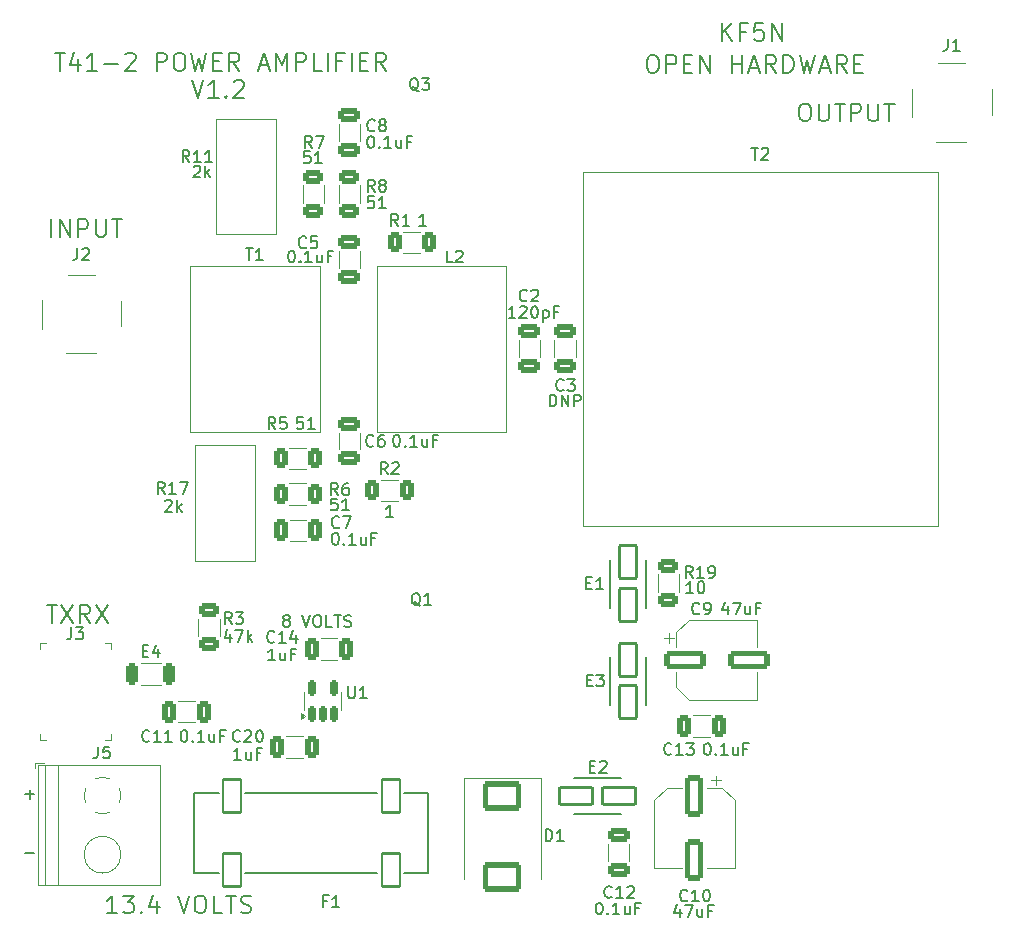
<source format=gbr>
G04 #@! TF.GenerationSoftware,KiCad,Pcbnew,8.0.7*
G04 #@! TF.CreationDate,2024-12-22T11:39:47-05:00*
G04 #@! TF.ProjectId,t41_2_power_amplifier,7434315f-325f-4706-9f77-65725f616d70,rev?*
G04 #@! TF.SameCoordinates,Original*
G04 #@! TF.FileFunction,Legend,Top*
G04 #@! TF.FilePolarity,Positive*
%FSLAX46Y46*%
G04 Gerber Fmt 4.6, Leading zero omitted, Abs format (unit mm)*
G04 Created by KiCad (PCBNEW 8.0.7) date 2024-12-22 11:39:47*
%MOMM*%
%LPD*%
G01*
G04 APERTURE LIST*
G04 Aperture macros list*
%AMRoundRect*
0 Rectangle with rounded corners*
0 $1 Rounding radius*
0 $2 $3 $4 $5 $6 $7 $8 $9 X,Y pos of 4 corners*
0 Add a 4 corners polygon primitive as box body*
4,1,4,$2,$3,$4,$5,$6,$7,$8,$9,$2,$3,0*
0 Add four circle primitives for the rounded corners*
1,1,$1+$1,$2,$3*
1,1,$1+$1,$4,$5*
1,1,$1+$1,$6,$7*
1,1,$1+$1,$8,$9*
0 Add four rect primitives between the rounded corners*
20,1,$1+$1,$2,$3,$4,$5,0*
20,1,$1+$1,$4,$5,$6,$7,0*
20,1,$1+$1,$6,$7,$8,$9,0*
20,1,$1+$1,$8,$9,$2,$3,0*%
G04 Aperture macros list end*
%ADD10C,0.150000*%
%ADD11C,0.200000*%
%ADD12C,0.120000*%
%ADD13C,0.100000*%
%ADD14C,0.127000*%
%ADD15C,0.050000*%
%ADD16RoundRect,0.250000X0.625000X-0.312500X0.625000X0.312500X-0.625000X0.312500X-0.625000X-0.312500X0*%
%ADD17RoundRect,0.150000X0.150000X-0.512500X0.150000X0.512500X-0.150000X0.512500X-0.150000X-0.512500X0*%
%ADD18RoundRect,0.250000X0.325000X0.650000X-0.325000X0.650000X-0.325000X-0.650000X0.325000X-0.650000X0*%
%ADD19RoundRect,0.250000X-1.500000X-0.550000X1.500000X-0.550000X1.500000X0.550000X-1.500000X0.550000X0*%
%ADD20C,1.440000*%
%ADD21RoundRect,0.250000X-0.650000X0.325000X-0.650000X-0.325000X0.650000X-0.325000X0.650000X0.325000X0*%
%ADD22C,2.000000*%
%ADD23RoundRect,0.250000X-0.325000X-0.650000X0.325000X-0.650000X0.325000X0.650000X-0.325000X0.650000X0*%
%ADD24RoundRect,0.250000X-0.312500X-0.625000X0.312500X-0.625000X0.312500X0.625000X-0.312500X0.625000X0*%
%ADD25RoundRect,0.250000X0.650000X-0.325000X0.650000X0.325000X-0.650000X0.325000X-0.650000X-0.325000X0*%
%ADD26RoundRect,0.250000X-1.400000X-1.000000X1.400000X-1.000000X1.400000X1.000000X-1.400000X1.000000X0*%
%ADD27RoundRect,0.102000X-0.785000X-1.410000X0.785000X-1.410000X0.785000X1.410000X-0.785000X1.410000X0*%
%ADD28RoundRect,0.250000X-0.550000X1.500000X-0.550000X-1.500000X0.550000X-1.500000X0.550000X1.500000X0*%
%ADD29R,1.524000X3.900000*%
%ADD30C,7.500000*%
%ADD31RoundRect,0.102000X0.735000X-1.385000X0.735000X1.385000X-0.735000X1.385000X-0.735000X-1.385000X0*%
%ADD32C,2.600000*%
%ADD33C,2.500000*%
%ADD34RoundRect,0.102000X-1.385000X-0.735000X1.385000X-0.735000X1.385000X0.735000X-1.385000X0.735000X0*%
%ADD35R,2.400000X2.400000*%
%ADD36C,2.400000*%
%ADD37C,2.100000*%
%ADD38RoundRect,0.250000X-0.275000X-0.700000X0.275000X-0.700000X0.275000X0.700000X-0.275000X0.700000X0*%
%ADD39RoundRect,0.250000X-0.625000X0.312500X-0.625000X-0.312500X0.625000X-0.312500X0.625000X0.312500X0*%
G04 APERTURE END LIST*
D10*
X117591541Y-111658628D02*
X118448684Y-111658628D01*
X118020112Y-113158628D02*
X118020112Y-111658628D01*
X118805826Y-111658628D02*
X119805826Y-113158628D01*
X119805826Y-111658628D02*
X118805826Y-113158628D01*
X121234397Y-113158628D02*
X120734397Y-112444342D01*
X120377254Y-113158628D02*
X120377254Y-111658628D01*
X120377254Y-111658628D02*
X120948683Y-111658628D01*
X120948683Y-111658628D02*
X121091540Y-111730057D01*
X121091540Y-111730057D02*
X121162969Y-111801485D01*
X121162969Y-111801485D02*
X121234397Y-111944342D01*
X121234397Y-111944342D02*
X121234397Y-112158628D01*
X121234397Y-112158628D02*
X121162969Y-112301485D01*
X121162969Y-112301485D02*
X121091540Y-112372914D01*
X121091540Y-112372914D02*
X120948683Y-112444342D01*
X120948683Y-112444342D02*
X120377254Y-112444342D01*
X121734397Y-111658628D02*
X122734397Y-113158628D01*
X122734397Y-111658628D02*
X121734397Y-113158628D01*
X181641541Y-69208628D02*
X181927255Y-69208628D01*
X181927255Y-69208628D02*
X182070112Y-69280057D01*
X182070112Y-69280057D02*
X182212969Y-69422914D01*
X182212969Y-69422914D02*
X182284398Y-69708628D01*
X182284398Y-69708628D02*
X182284398Y-70208628D01*
X182284398Y-70208628D02*
X182212969Y-70494342D01*
X182212969Y-70494342D02*
X182070112Y-70637200D01*
X182070112Y-70637200D02*
X181927255Y-70708628D01*
X181927255Y-70708628D02*
X181641541Y-70708628D01*
X181641541Y-70708628D02*
X181498684Y-70637200D01*
X181498684Y-70637200D02*
X181355826Y-70494342D01*
X181355826Y-70494342D02*
X181284398Y-70208628D01*
X181284398Y-70208628D02*
X181284398Y-69708628D01*
X181284398Y-69708628D02*
X181355826Y-69422914D01*
X181355826Y-69422914D02*
X181498684Y-69280057D01*
X181498684Y-69280057D02*
X181641541Y-69208628D01*
X182927255Y-69208628D02*
X182927255Y-70422914D01*
X182927255Y-70422914D02*
X182998684Y-70565771D01*
X182998684Y-70565771D02*
X183070113Y-70637200D01*
X183070113Y-70637200D02*
X183212970Y-70708628D01*
X183212970Y-70708628D02*
X183498684Y-70708628D01*
X183498684Y-70708628D02*
X183641541Y-70637200D01*
X183641541Y-70637200D02*
X183712970Y-70565771D01*
X183712970Y-70565771D02*
X183784398Y-70422914D01*
X183784398Y-70422914D02*
X183784398Y-69208628D01*
X184284399Y-69208628D02*
X185141542Y-69208628D01*
X184712970Y-70708628D02*
X184712970Y-69208628D01*
X185641541Y-70708628D02*
X185641541Y-69208628D01*
X185641541Y-69208628D02*
X186212970Y-69208628D01*
X186212970Y-69208628D02*
X186355827Y-69280057D01*
X186355827Y-69280057D02*
X186427256Y-69351485D01*
X186427256Y-69351485D02*
X186498684Y-69494342D01*
X186498684Y-69494342D02*
X186498684Y-69708628D01*
X186498684Y-69708628D02*
X186427256Y-69851485D01*
X186427256Y-69851485D02*
X186355827Y-69922914D01*
X186355827Y-69922914D02*
X186212970Y-69994342D01*
X186212970Y-69994342D02*
X185641541Y-69994342D01*
X187141541Y-69208628D02*
X187141541Y-70422914D01*
X187141541Y-70422914D02*
X187212970Y-70565771D01*
X187212970Y-70565771D02*
X187284399Y-70637200D01*
X187284399Y-70637200D02*
X187427256Y-70708628D01*
X187427256Y-70708628D02*
X187712970Y-70708628D01*
X187712970Y-70708628D02*
X187855827Y-70637200D01*
X187855827Y-70637200D02*
X187927256Y-70565771D01*
X187927256Y-70565771D02*
X187998684Y-70422914D01*
X187998684Y-70422914D02*
X187998684Y-69208628D01*
X188498685Y-69208628D02*
X189355828Y-69208628D01*
X188927256Y-70708628D02*
X188927256Y-69208628D01*
D11*
X115769673Y-127686266D02*
X116531578Y-127686266D01*
X116150625Y-128067219D02*
X116150625Y-127305314D01*
D10*
X123516541Y-137758628D02*
X122659398Y-137758628D01*
X123087969Y-137758628D02*
X123087969Y-136258628D01*
X123087969Y-136258628D02*
X122945112Y-136472914D01*
X122945112Y-136472914D02*
X122802255Y-136615771D01*
X122802255Y-136615771D02*
X122659398Y-136687200D01*
X124016540Y-136258628D02*
X124945112Y-136258628D01*
X124945112Y-136258628D02*
X124445112Y-136830057D01*
X124445112Y-136830057D02*
X124659397Y-136830057D01*
X124659397Y-136830057D02*
X124802255Y-136901485D01*
X124802255Y-136901485D02*
X124873683Y-136972914D01*
X124873683Y-136972914D02*
X124945112Y-137115771D01*
X124945112Y-137115771D02*
X124945112Y-137472914D01*
X124945112Y-137472914D02*
X124873683Y-137615771D01*
X124873683Y-137615771D02*
X124802255Y-137687200D01*
X124802255Y-137687200D02*
X124659397Y-137758628D01*
X124659397Y-137758628D02*
X124230826Y-137758628D01*
X124230826Y-137758628D02*
X124087969Y-137687200D01*
X124087969Y-137687200D02*
X124016540Y-137615771D01*
X125587968Y-137615771D02*
X125659397Y-137687200D01*
X125659397Y-137687200D02*
X125587968Y-137758628D01*
X125587968Y-137758628D02*
X125516540Y-137687200D01*
X125516540Y-137687200D02*
X125587968Y-137615771D01*
X125587968Y-137615771D02*
X125587968Y-137758628D01*
X126945112Y-136758628D02*
X126945112Y-137758628D01*
X126587969Y-136187200D02*
X126230826Y-137258628D01*
X126230826Y-137258628D02*
X127159397Y-137258628D01*
X128659397Y-136258628D02*
X129159397Y-137758628D01*
X129159397Y-137758628D02*
X129659397Y-136258628D01*
X130445111Y-136258628D02*
X130730825Y-136258628D01*
X130730825Y-136258628D02*
X130873682Y-136330057D01*
X130873682Y-136330057D02*
X131016539Y-136472914D01*
X131016539Y-136472914D02*
X131087968Y-136758628D01*
X131087968Y-136758628D02*
X131087968Y-137258628D01*
X131087968Y-137258628D02*
X131016539Y-137544342D01*
X131016539Y-137544342D02*
X130873682Y-137687200D01*
X130873682Y-137687200D02*
X130730825Y-137758628D01*
X130730825Y-137758628D02*
X130445111Y-137758628D01*
X130445111Y-137758628D02*
X130302254Y-137687200D01*
X130302254Y-137687200D02*
X130159396Y-137544342D01*
X130159396Y-137544342D02*
X130087968Y-137258628D01*
X130087968Y-137258628D02*
X130087968Y-136758628D01*
X130087968Y-136758628D02*
X130159396Y-136472914D01*
X130159396Y-136472914D02*
X130302254Y-136330057D01*
X130302254Y-136330057D02*
X130445111Y-136258628D01*
X132445111Y-137758628D02*
X131730825Y-137758628D01*
X131730825Y-137758628D02*
X131730825Y-136258628D01*
X132730826Y-136258628D02*
X133587969Y-136258628D01*
X133159397Y-137758628D02*
X133159397Y-136258628D01*
X134016540Y-137687200D02*
X134230826Y-137758628D01*
X134230826Y-137758628D02*
X134587968Y-137758628D01*
X134587968Y-137758628D02*
X134730826Y-137687200D01*
X134730826Y-137687200D02*
X134802254Y-137615771D01*
X134802254Y-137615771D02*
X134873683Y-137472914D01*
X134873683Y-137472914D02*
X134873683Y-137330057D01*
X134873683Y-137330057D02*
X134802254Y-137187200D01*
X134802254Y-137187200D02*
X134730826Y-137115771D01*
X134730826Y-137115771D02*
X134587968Y-137044342D01*
X134587968Y-137044342D02*
X134302254Y-136972914D01*
X134302254Y-136972914D02*
X134159397Y-136901485D01*
X134159397Y-136901485D02*
X134087968Y-136830057D01*
X134087968Y-136830057D02*
X134016540Y-136687200D01*
X134016540Y-136687200D02*
X134016540Y-136544342D01*
X134016540Y-136544342D02*
X134087968Y-136401485D01*
X134087968Y-136401485D02*
X134159397Y-136330057D01*
X134159397Y-136330057D02*
X134302254Y-136258628D01*
X134302254Y-136258628D02*
X134659397Y-136258628D01*
X134659397Y-136258628D02*
X134873683Y-136330057D01*
D11*
X115769673Y-132686266D02*
X116531578Y-132686266D01*
D10*
X137779636Y-112948390D02*
X137684398Y-112900771D01*
X137684398Y-112900771D02*
X137636779Y-112853152D01*
X137636779Y-112853152D02*
X137589160Y-112757914D01*
X137589160Y-112757914D02*
X137589160Y-112710295D01*
X137589160Y-112710295D02*
X137636779Y-112615057D01*
X137636779Y-112615057D02*
X137684398Y-112567438D01*
X137684398Y-112567438D02*
X137779636Y-112519819D01*
X137779636Y-112519819D02*
X137970112Y-112519819D01*
X137970112Y-112519819D02*
X138065350Y-112567438D01*
X138065350Y-112567438D02*
X138112969Y-112615057D01*
X138112969Y-112615057D02*
X138160588Y-112710295D01*
X138160588Y-112710295D02*
X138160588Y-112757914D01*
X138160588Y-112757914D02*
X138112969Y-112853152D01*
X138112969Y-112853152D02*
X138065350Y-112900771D01*
X138065350Y-112900771D02*
X137970112Y-112948390D01*
X137970112Y-112948390D02*
X137779636Y-112948390D01*
X137779636Y-112948390D02*
X137684398Y-112996009D01*
X137684398Y-112996009D02*
X137636779Y-113043628D01*
X137636779Y-113043628D02*
X137589160Y-113138866D01*
X137589160Y-113138866D02*
X137589160Y-113329342D01*
X137589160Y-113329342D02*
X137636779Y-113424580D01*
X137636779Y-113424580D02*
X137684398Y-113472200D01*
X137684398Y-113472200D02*
X137779636Y-113519819D01*
X137779636Y-113519819D02*
X137970112Y-113519819D01*
X137970112Y-113519819D02*
X138065350Y-113472200D01*
X138065350Y-113472200D02*
X138112969Y-113424580D01*
X138112969Y-113424580D02*
X138160588Y-113329342D01*
X138160588Y-113329342D02*
X138160588Y-113138866D01*
X138160588Y-113138866D02*
X138112969Y-113043628D01*
X138112969Y-113043628D02*
X138065350Y-112996009D01*
X138065350Y-112996009D02*
X137970112Y-112948390D01*
X139208208Y-112519819D02*
X139541541Y-113519819D01*
X139541541Y-113519819D02*
X139874874Y-112519819D01*
X140398684Y-112519819D02*
X140589160Y-112519819D01*
X140589160Y-112519819D02*
X140684398Y-112567438D01*
X140684398Y-112567438D02*
X140779636Y-112662676D01*
X140779636Y-112662676D02*
X140827255Y-112853152D01*
X140827255Y-112853152D02*
X140827255Y-113186485D01*
X140827255Y-113186485D02*
X140779636Y-113376961D01*
X140779636Y-113376961D02*
X140684398Y-113472200D01*
X140684398Y-113472200D02*
X140589160Y-113519819D01*
X140589160Y-113519819D02*
X140398684Y-113519819D01*
X140398684Y-113519819D02*
X140303446Y-113472200D01*
X140303446Y-113472200D02*
X140208208Y-113376961D01*
X140208208Y-113376961D02*
X140160589Y-113186485D01*
X140160589Y-113186485D02*
X140160589Y-112853152D01*
X140160589Y-112853152D02*
X140208208Y-112662676D01*
X140208208Y-112662676D02*
X140303446Y-112567438D01*
X140303446Y-112567438D02*
X140398684Y-112519819D01*
X141732017Y-113519819D02*
X141255827Y-113519819D01*
X141255827Y-113519819D02*
X141255827Y-112519819D01*
X141922494Y-112519819D02*
X142493922Y-112519819D01*
X142208208Y-113519819D02*
X142208208Y-112519819D01*
X142779637Y-113472200D02*
X142922494Y-113519819D01*
X142922494Y-113519819D02*
X143160589Y-113519819D01*
X143160589Y-113519819D02*
X143255827Y-113472200D01*
X143255827Y-113472200D02*
X143303446Y-113424580D01*
X143303446Y-113424580D02*
X143351065Y-113329342D01*
X143351065Y-113329342D02*
X143351065Y-113234104D01*
X143351065Y-113234104D02*
X143303446Y-113138866D01*
X143303446Y-113138866D02*
X143255827Y-113091247D01*
X143255827Y-113091247D02*
X143160589Y-113043628D01*
X143160589Y-113043628D02*
X142970113Y-112996009D01*
X142970113Y-112996009D02*
X142874875Y-112948390D01*
X142874875Y-112948390D02*
X142827256Y-112900771D01*
X142827256Y-112900771D02*
X142779637Y-112805533D01*
X142779637Y-112805533D02*
X142779637Y-112710295D01*
X142779637Y-112710295D02*
X142827256Y-112615057D01*
X142827256Y-112615057D02*
X142874875Y-112567438D01*
X142874875Y-112567438D02*
X142970113Y-112519819D01*
X142970113Y-112519819D02*
X143208208Y-112519819D01*
X143208208Y-112519819D02*
X143351065Y-112567438D01*
X117955826Y-80508628D02*
X117955826Y-79008628D01*
X118670112Y-80508628D02*
X118670112Y-79008628D01*
X118670112Y-79008628D02*
X119527255Y-80508628D01*
X119527255Y-80508628D02*
X119527255Y-79008628D01*
X120241541Y-80508628D02*
X120241541Y-79008628D01*
X120241541Y-79008628D02*
X120812970Y-79008628D01*
X120812970Y-79008628D02*
X120955827Y-79080057D01*
X120955827Y-79080057D02*
X121027256Y-79151485D01*
X121027256Y-79151485D02*
X121098684Y-79294342D01*
X121098684Y-79294342D02*
X121098684Y-79508628D01*
X121098684Y-79508628D02*
X121027256Y-79651485D01*
X121027256Y-79651485D02*
X120955827Y-79722914D01*
X120955827Y-79722914D02*
X120812970Y-79794342D01*
X120812970Y-79794342D02*
X120241541Y-79794342D01*
X121741541Y-79008628D02*
X121741541Y-80222914D01*
X121741541Y-80222914D02*
X121812970Y-80365771D01*
X121812970Y-80365771D02*
X121884399Y-80437200D01*
X121884399Y-80437200D02*
X122027256Y-80508628D01*
X122027256Y-80508628D02*
X122312970Y-80508628D01*
X122312970Y-80508628D02*
X122455827Y-80437200D01*
X122455827Y-80437200D02*
X122527256Y-80365771D01*
X122527256Y-80365771D02*
X122598684Y-80222914D01*
X122598684Y-80222914D02*
X122598684Y-79008628D01*
X123098685Y-79008628D02*
X123955828Y-79008628D01*
X123527256Y-80508628D02*
X123527256Y-79008628D01*
X168741541Y-65108628D02*
X169027255Y-65108628D01*
X169027255Y-65108628D02*
X169170112Y-65180057D01*
X169170112Y-65180057D02*
X169312969Y-65322914D01*
X169312969Y-65322914D02*
X169384398Y-65608628D01*
X169384398Y-65608628D02*
X169384398Y-66108628D01*
X169384398Y-66108628D02*
X169312969Y-66394342D01*
X169312969Y-66394342D02*
X169170112Y-66537200D01*
X169170112Y-66537200D02*
X169027255Y-66608628D01*
X169027255Y-66608628D02*
X168741541Y-66608628D01*
X168741541Y-66608628D02*
X168598684Y-66537200D01*
X168598684Y-66537200D02*
X168455826Y-66394342D01*
X168455826Y-66394342D02*
X168384398Y-66108628D01*
X168384398Y-66108628D02*
X168384398Y-65608628D01*
X168384398Y-65608628D02*
X168455826Y-65322914D01*
X168455826Y-65322914D02*
X168598684Y-65180057D01*
X168598684Y-65180057D02*
X168741541Y-65108628D01*
X170027255Y-66608628D02*
X170027255Y-65108628D01*
X170027255Y-65108628D02*
X170598684Y-65108628D01*
X170598684Y-65108628D02*
X170741541Y-65180057D01*
X170741541Y-65180057D02*
X170812970Y-65251485D01*
X170812970Y-65251485D02*
X170884398Y-65394342D01*
X170884398Y-65394342D02*
X170884398Y-65608628D01*
X170884398Y-65608628D02*
X170812970Y-65751485D01*
X170812970Y-65751485D02*
X170741541Y-65822914D01*
X170741541Y-65822914D02*
X170598684Y-65894342D01*
X170598684Y-65894342D02*
X170027255Y-65894342D01*
X171527255Y-65822914D02*
X172027255Y-65822914D01*
X172241541Y-66608628D02*
X171527255Y-66608628D01*
X171527255Y-66608628D02*
X171527255Y-65108628D01*
X171527255Y-65108628D02*
X172241541Y-65108628D01*
X172884398Y-66608628D02*
X172884398Y-65108628D01*
X172884398Y-65108628D02*
X173741541Y-66608628D01*
X173741541Y-66608628D02*
X173741541Y-65108628D01*
X175598684Y-66608628D02*
X175598684Y-65108628D01*
X175598684Y-65822914D02*
X176455827Y-65822914D01*
X176455827Y-66608628D02*
X176455827Y-65108628D01*
X177098685Y-66180057D02*
X177812971Y-66180057D01*
X176955828Y-66608628D02*
X177455828Y-65108628D01*
X177455828Y-65108628D02*
X177955828Y-66608628D01*
X179312970Y-66608628D02*
X178812970Y-65894342D01*
X178455827Y-66608628D02*
X178455827Y-65108628D01*
X178455827Y-65108628D02*
X179027256Y-65108628D01*
X179027256Y-65108628D02*
X179170113Y-65180057D01*
X179170113Y-65180057D02*
X179241542Y-65251485D01*
X179241542Y-65251485D02*
X179312970Y-65394342D01*
X179312970Y-65394342D02*
X179312970Y-65608628D01*
X179312970Y-65608628D02*
X179241542Y-65751485D01*
X179241542Y-65751485D02*
X179170113Y-65822914D01*
X179170113Y-65822914D02*
X179027256Y-65894342D01*
X179027256Y-65894342D02*
X178455827Y-65894342D01*
X179955827Y-66608628D02*
X179955827Y-65108628D01*
X179955827Y-65108628D02*
X180312970Y-65108628D01*
X180312970Y-65108628D02*
X180527256Y-65180057D01*
X180527256Y-65180057D02*
X180670113Y-65322914D01*
X180670113Y-65322914D02*
X180741542Y-65465771D01*
X180741542Y-65465771D02*
X180812970Y-65751485D01*
X180812970Y-65751485D02*
X180812970Y-65965771D01*
X180812970Y-65965771D02*
X180741542Y-66251485D01*
X180741542Y-66251485D02*
X180670113Y-66394342D01*
X180670113Y-66394342D02*
X180527256Y-66537200D01*
X180527256Y-66537200D02*
X180312970Y-66608628D01*
X180312970Y-66608628D02*
X179955827Y-66608628D01*
X181312970Y-65108628D02*
X181670113Y-66608628D01*
X181670113Y-66608628D02*
X181955827Y-65537200D01*
X181955827Y-65537200D02*
X182241542Y-66608628D01*
X182241542Y-66608628D02*
X182598685Y-65108628D01*
X183098685Y-66180057D02*
X183812971Y-66180057D01*
X182955828Y-66608628D02*
X183455828Y-65108628D01*
X183455828Y-65108628D02*
X183955828Y-66608628D01*
X185312970Y-66608628D02*
X184812970Y-65894342D01*
X184455827Y-66608628D02*
X184455827Y-65108628D01*
X184455827Y-65108628D02*
X185027256Y-65108628D01*
X185027256Y-65108628D02*
X185170113Y-65180057D01*
X185170113Y-65180057D02*
X185241542Y-65251485D01*
X185241542Y-65251485D02*
X185312970Y-65394342D01*
X185312970Y-65394342D02*
X185312970Y-65608628D01*
X185312970Y-65608628D02*
X185241542Y-65751485D01*
X185241542Y-65751485D02*
X185170113Y-65822914D01*
X185170113Y-65822914D02*
X185027256Y-65894342D01*
X185027256Y-65894342D02*
X184455827Y-65894342D01*
X185955827Y-65822914D02*
X186455827Y-65822914D01*
X186670113Y-66608628D02*
X185955827Y-66608628D01*
X185955827Y-66608628D02*
X185955827Y-65108628D01*
X185955827Y-65108628D02*
X186670113Y-65108628D01*
X174755826Y-63908628D02*
X174755826Y-62408628D01*
X175612969Y-63908628D02*
X174970112Y-63051485D01*
X175612969Y-62408628D02*
X174755826Y-63265771D01*
X176755826Y-63122914D02*
X176255826Y-63122914D01*
X176255826Y-63908628D02*
X176255826Y-62408628D01*
X176255826Y-62408628D02*
X176970112Y-62408628D01*
X178255826Y-62408628D02*
X177541540Y-62408628D01*
X177541540Y-62408628D02*
X177470112Y-63122914D01*
X177470112Y-63122914D02*
X177541540Y-63051485D01*
X177541540Y-63051485D02*
X177684398Y-62980057D01*
X177684398Y-62980057D02*
X178041540Y-62980057D01*
X178041540Y-62980057D02*
X178184398Y-63051485D01*
X178184398Y-63051485D02*
X178255826Y-63122914D01*
X178255826Y-63122914D02*
X178327255Y-63265771D01*
X178327255Y-63265771D02*
X178327255Y-63622914D01*
X178327255Y-63622914D02*
X178255826Y-63765771D01*
X178255826Y-63765771D02*
X178184398Y-63837200D01*
X178184398Y-63837200D02*
X178041540Y-63908628D01*
X178041540Y-63908628D02*
X177684398Y-63908628D01*
X177684398Y-63908628D02*
X177541540Y-63837200D01*
X177541540Y-63837200D02*
X177470112Y-63765771D01*
X178970111Y-63908628D02*
X178970111Y-62408628D01*
X178970111Y-62408628D02*
X179827254Y-63908628D01*
X179827254Y-63908628D02*
X179827254Y-62408628D01*
X129841541Y-67208628D02*
X130341541Y-68708628D01*
X130341541Y-68708628D02*
X130841541Y-67208628D01*
X132127255Y-68708628D02*
X131270112Y-68708628D01*
X131698683Y-68708628D02*
X131698683Y-67208628D01*
X131698683Y-67208628D02*
X131555826Y-67422914D01*
X131555826Y-67422914D02*
X131412969Y-67565771D01*
X131412969Y-67565771D02*
X131270112Y-67637200D01*
X132770111Y-68565771D02*
X132841540Y-68637200D01*
X132841540Y-68637200D02*
X132770111Y-68708628D01*
X132770111Y-68708628D02*
X132698683Y-68637200D01*
X132698683Y-68637200D02*
X132770111Y-68565771D01*
X132770111Y-68565771D02*
X132770111Y-68708628D01*
X133412969Y-67351485D02*
X133484397Y-67280057D01*
X133484397Y-67280057D02*
X133627255Y-67208628D01*
X133627255Y-67208628D02*
X133984397Y-67208628D01*
X133984397Y-67208628D02*
X134127255Y-67280057D01*
X134127255Y-67280057D02*
X134198683Y-67351485D01*
X134198683Y-67351485D02*
X134270112Y-67494342D01*
X134270112Y-67494342D02*
X134270112Y-67637200D01*
X134270112Y-67637200D02*
X134198683Y-67851485D01*
X134198683Y-67851485D02*
X133341540Y-68708628D01*
X133341540Y-68708628D02*
X134270112Y-68708628D01*
X118241541Y-64908628D02*
X119098684Y-64908628D01*
X118670112Y-66408628D02*
X118670112Y-64908628D01*
X120241541Y-65408628D02*
X120241541Y-66408628D01*
X119884398Y-64837200D02*
X119527255Y-65908628D01*
X119527255Y-65908628D02*
X120455826Y-65908628D01*
X121812969Y-66408628D02*
X120955826Y-66408628D01*
X121384397Y-66408628D02*
X121384397Y-64908628D01*
X121384397Y-64908628D02*
X121241540Y-65122914D01*
X121241540Y-65122914D02*
X121098683Y-65265771D01*
X121098683Y-65265771D02*
X120955826Y-65337200D01*
X122455825Y-65837200D02*
X123598683Y-65837200D01*
X124241540Y-65051485D02*
X124312968Y-64980057D01*
X124312968Y-64980057D02*
X124455826Y-64908628D01*
X124455826Y-64908628D02*
X124812968Y-64908628D01*
X124812968Y-64908628D02*
X124955826Y-64980057D01*
X124955826Y-64980057D02*
X125027254Y-65051485D01*
X125027254Y-65051485D02*
X125098683Y-65194342D01*
X125098683Y-65194342D02*
X125098683Y-65337200D01*
X125098683Y-65337200D02*
X125027254Y-65551485D01*
X125027254Y-65551485D02*
X124170111Y-66408628D01*
X124170111Y-66408628D02*
X125098683Y-66408628D01*
X126884396Y-66408628D02*
X126884396Y-64908628D01*
X126884396Y-64908628D02*
X127455825Y-64908628D01*
X127455825Y-64908628D02*
X127598682Y-64980057D01*
X127598682Y-64980057D02*
X127670111Y-65051485D01*
X127670111Y-65051485D02*
X127741539Y-65194342D01*
X127741539Y-65194342D02*
X127741539Y-65408628D01*
X127741539Y-65408628D02*
X127670111Y-65551485D01*
X127670111Y-65551485D02*
X127598682Y-65622914D01*
X127598682Y-65622914D02*
X127455825Y-65694342D01*
X127455825Y-65694342D02*
X126884396Y-65694342D01*
X128670111Y-64908628D02*
X128955825Y-64908628D01*
X128955825Y-64908628D02*
X129098682Y-64980057D01*
X129098682Y-64980057D02*
X129241539Y-65122914D01*
X129241539Y-65122914D02*
X129312968Y-65408628D01*
X129312968Y-65408628D02*
X129312968Y-65908628D01*
X129312968Y-65908628D02*
X129241539Y-66194342D01*
X129241539Y-66194342D02*
X129098682Y-66337200D01*
X129098682Y-66337200D02*
X128955825Y-66408628D01*
X128955825Y-66408628D02*
X128670111Y-66408628D01*
X128670111Y-66408628D02*
X128527254Y-66337200D01*
X128527254Y-66337200D02*
X128384396Y-66194342D01*
X128384396Y-66194342D02*
X128312968Y-65908628D01*
X128312968Y-65908628D02*
X128312968Y-65408628D01*
X128312968Y-65408628D02*
X128384396Y-65122914D01*
X128384396Y-65122914D02*
X128527254Y-64980057D01*
X128527254Y-64980057D02*
X128670111Y-64908628D01*
X129812968Y-64908628D02*
X130170111Y-66408628D01*
X130170111Y-66408628D02*
X130455825Y-65337200D01*
X130455825Y-65337200D02*
X130741540Y-66408628D01*
X130741540Y-66408628D02*
X131098683Y-64908628D01*
X131670111Y-65622914D02*
X132170111Y-65622914D01*
X132384397Y-66408628D02*
X131670111Y-66408628D01*
X131670111Y-66408628D02*
X131670111Y-64908628D01*
X131670111Y-64908628D02*
X132384397Y-64908628D01*
X133884397Y-66408628D02*
X133384397Y-65694342D01*
X133027254Y-66408628D02*
X133027254Y-64908628D01*
X133027254Y-64908628D02*
X133598683Y-64908628D01*
X133598683Y-64908628D02*
X133741540Y-64980057D01*
X133741540Y-64980057D02*
X133812969Y-65051485D01*
X133812969Y-65051485D02*
X133884397Y-65194342D01*
X133884397Y-65194342D02*
X133884397Y-65408628D01*
X133884397Y-65408628D02*
X133812969Y-65551485D01*
X133812969Y-65551485D02*
X133741540Y-65622914D01*
X133741540Y-65622914D02*
X133598683Y-65694342D01*
X133598683Y-65694342D02*
X133027254Y-65694342D01*
X135598683Y-65980057D02*
X136312969Y-65980057D01*
X135455826Y-66408628D02*
X135955826Y-64908628D01*
X135955826Y-64908628D02*
X136455826Y-66408628D01*
X136955825Y-66408628D02*
X136955825Y-64908628D01*
X136955825Y-64908628D02*
X137455825Y-65980057D01*
X137455825Y-65980057D02*
X137955825Y-64908628D01*
X137955825Y-64908628D02*
X137955825Y-66408628D01*
X138670111Y-66408628D02*
X138670111Y-64908628D01*
X138670111Y-64908628D02*
X139241540Y-64908628D01*
X139241540Y-64908628D02*
X139384397Y-64980057D01*
X139384397Y-64980057D02*
X139455826Y-65051485D01*
X139455826Y-65051485D02*
X139527254Y-65194342D01*
X139527254Y-65194342D02*
X139527254Y-65408628D01*
X139527254Y-65408628D02*
X139455826Y-65551485D01*
X139455826Y-65551485D02*
X139384397Y-65622914D01*
X139384397Y-65622914D02*
X139241540Y-65694342D01*
X139241540Y-65694342D02*
X138670111Y-65694342D01*
X140884397Y-66408628D02*
X140170111Y-66408628D01*
X140170111Y-66408628D02*
X140170111Y-64908628D01*
X141384397Y-66408628D02*
X141384397Y-64908628D01*
X142598683Y-65622914D02*
X142098683Y-65622914D01*
X142098683Y-66408628D02*
X142098683Y-64908628D01*
X142098683Y-64908628D02*
X142812969Y-64908628D01*
X143384397Y-66408628D02*
X143384397Y-64908628D01*
X144098683Y-65622914D02*
X144598683Y-65622914D01*
X144812969Y-66408628D02*
X144098683Y-66408628D01*
X144098683Y-66408628D02*
X144098683Y-64908628D01*
X144098683Y-64908628D02*
X144812969Y-64908628D01*
X146312969Y-66408628D02*
X145812969Y-65694342D01*
X145455826Y-66408628D02*
X145455826Y-64908628D01*
X145455826Y-64908628D02*
X146027255Y-64908628D01*
X146027255Y-64908628D02*
X146170112Y-64980057D01*
X146170112Y-64980057D02*
X146241541Y-65051485D01*
X146241541Y-65051485D02*
X146312969Y-65194342D01*
X146312969Y-65194342D02*
X146312969Y-65408628D01*
X146312969Y-65408628D02*
X146241541Y-65551485D01*
X146241541Y-65551485D02*
X146170112Y-65622914D01*
X146170112Y-65622914D02*
X146027255Y-65694342D01*
X146027255Y-65694342D02*
X145455826Y-65694342D01*
X172257142Y-109354819D02*
X171923809Y-108878628D01*
X171685714Y-109354819D02*
X171685714Y-108354819D01*
X171685714Y-108354819D02*
X172066666Y-108354819D01*
X172066666Y-108354819D02*
X172161904Y-108402438D01*
X172161904Y-108402438D02*
X172209523Y-108450057D01*
X172209523Y-108450057D02*
X172257142Y-108545295D01*
X172257142Y-108545295D02*
X172257142Y-108688152D01*
X172257142Y-108688152D02*
X172209523Y-108783390D01*
X172209523Y-108783390D02*
X172161904Y-108831009D01*
X172161904Y-108831009D02*
X172066666Y-108878628D01*
X172066666Y-108878628D02*
X171685714Y-108878628D01*
X173209523Y-109354819D02*
X172638095Y-109354819D01*
X172923809Y-109354819D02*
X172923809Y-108354819D01*
X172923809Y-108354819D02*
X172828571Y-108497676D01*
X172828571Y-108497676D02*
X172733333Y-108592914D01*
X172733333Y-108592914D02*
X172638095Y-108640533D01*
X173685714Y-109354819D02*
X173876190Y-109354819D01*
X173876190Y-109354819D02*
X173971428Y-109307200D01*
X173971428Y-109307200D02*
X174019047Y-109259580D01*
X174019047Y-109259580D02*
X174114285Y-109116723D01*
X174114285Y-109116723D02*
X174161904Y-108926247D01*
X174161904Y-108926247D02*
X174161904Y-108545295D01*
X174161904Y-108545295D02*
X174114285Y-108450057D01*
X174114285Y-108450057D02*
X174066666Y-108402438D01*
X174066666Y-108402438D02*
X173971428Y-108354819D01*
X173971428Y-108354819D02*
X173780952Y-108354819D01*
X173780952Y-108354819D02*
X173685714Y-108402438D01*
X173685714Y-108402438D02*
X173638095Y-108450057D01*
X173638095Y-108450057D02*
X173590476Y-108545295D01*
X173590476Y-108545295D02*
X173590476Y-108783390D01*
X173590476Y-108783390D02*
X173638095Y-108878628D01*
X173638095Y-108878628D02*
X173685714Y-108926247D01*
X173685714Y-108926247D02*
X173780952Y-108973866D01*
X173780952Y-108973866D02*
X173971428Y-108973866D01*
X173971428Y-108973866D02*
X174066666Y-108926247D01*
X174066666Y-108926247D02*
X174114285Y-108878628D01*
X174114285Y-108878628D02*
X174161904Y-108783390D01*
X172309523Y-110654819D02*
X171738095Y-110654819D01*
X172023809Y-110654819D02*
X172023809Y-109654819D01*
X172023809Y-109654819D02*
X171928571Y-109797676D01*
X171928571Y-109797676D02*
X171833333Y-109892914D01*
X171833333Y-109892914D02*
X171738095Y-109940533D01*
X172928571Y-109654819D02*
X173023809Y-109654819D01*
X173023809Y-109654819D02*
X173119047Y-109702438D01*
X173119047Y-109702438D02*
X173166666Y-109750057D01*
X173166666Y-109750057D02*
X173214285Y-109845295D01*
X173214285Y-109845295D02*
X173261904Y-110035771D01*
X173261904Y-110035771D02*
X173261904Y-110273866D01*
X173261904Y-110273866D02*
X173214285Y-110464342D01*
X173214285Y-110464342D02*
X173166666Y-110559580D01*
X173166666Y-110559580D02*
X173119047Y-110607200D01*
X173119047Y-110607200D02*
X173023809Y-110654819D01*
X173023809Y-110654819D02*
X172928571Y-110654819D01*
X172928571Y-110654819D02*
X172833333Y-110607200D01*
X172833333Y-110607200D02*
X172785714Y-110559580D01*
X172785714Y-110559580D02*
X172738095Y-110464342D01*
X172738095Y-110464342D02*
X172690476Y-110273866D01*
X172690476Y-110273866D02*
X172690476Y-110035771D01*
X172690476Y-110035771D02*
X172738095Y-109845295D01*
X172738095Y-109845295D02*
X172785714Y-109750057D01*
X172785714Y-109750057D02*
X172833333Y-109702438D01*
X172833333Y-109702438D02*
X172928571Y-109654819D01*
X143088095Y-118554819D02*
X143088095Y-119364342D01*
X143088095Y-119364342D02*
X143135714Y-119459580D01*
X143135714Y-119459580D02*
X143183333Y-119507200D01*
X143183333Y-119507200D02*
X143278571Y-119554819D01*
X143278571Y-119554819D02*
X143469047Y-119554819D01*
X143469047Y-119554819D02*
X143564285Y-119507200D01*
X143564285Y-119507200D02*
X143611904Y-119459580D01*
X143611904Y-119459580D02*
X143659523Y-119364342D01*
X143659523Y-119364342D02*
X143659523Y-118554819D01*
X144659523Y-119554819D02*
X144088095Y-119554819D01*
X144373809Y-119554819D02*
X144373809Y-118554819D01*
X144373809Y-118554819D02*
X144278571Y-118697676D01*
X144278571Y-118697676D02*
X144183333Y-118792914D01*
X144183333Y-118792914D02*
X144088095Y-118840533D01*
X133957142Y-123159580D02*
X133909523Y-123207200D01*
X133909523Y-123207200D02*
X133766666Y-123254819D01*
X133766666Y-123254819D02*
X133671428Y-123254819D01*
X133671428Y-123254819D02*
X133528571Y-123207200D01*
X133528571Y-123207200D02*
X133433333Y-123111961D01*
X133433333Y-123111961D02*
X133385714Y-123016723D01*
X133385714Y-123016723D02*
X133338095Y-122826247D01*
X133338095Y-122826247D02*
X133338095Y-122683390D01*
X133338095Y-122683390D02*
X133385714Y-122492914D01*
X133385714Y-122492914D02*
X133433333Y-122397676D01*
X133433333Y-122397676D02*
X133528571Y-122302438D01*
X133528571Y-122302438D02*
X133671428Y-122254819D01*
X133671428Y-122254819D02*
X133766666Y-122254819D01*
X133766666Y-122254819D02*
X133909523Y-122302438D01*
X133909523Y-122302438D02*
X133957142Y-122350057D01*
X134338095Y-122350057D02*
X134385714Y-122302438D01*
X134385714Y-122302438D02*
X134480952Y-122254819D01*
X134480952Y-122254819D02*
X134719047Y-122254819D01*
X134719047Y-122254819D02*
X134814285Y-122302438D01*
X134814285Y-122302438D02*
X134861904Y-122350057D01*
X134861904Y-122350057D02*
X134909523Y-122445295D01*
X134909523Y-122445295D02*
X134909523Y-122540533D01*
X134909523Y-122540533D02*
X134861904Y-122683390D01*
X134861904Y-122683390D02*
X134290476Y-123254819D01*
X134290476Y-123254819D02*
X134909523Y-123254819D01*
X135528571Y-122254819D02*
X135623809Y-122254819D01*
X135623809Y-122254819D02*
X135719047Y-122302438D01*
X135719047Y-122302438D02*
X135766666Y-122350057D01*
X135766666Y-122350057D02*
X135814285Y-122445295D01*
X135814285Y-122445295D02*
X135861904Y-122635771D01*
X135861904Y-122635771D02*
X135861904Y-122873866D01*
X135861904Y-122873866D02*
X135814285Y-123064342D01*
X135814285Y-123064342D02*
X135766666Y-123159580D01*
X135766666Y-123159580D02*
X135719047Y-123207200D01*
X135719047Y-123207200D02*
X135623809Y-123254819D01*
X135623809Y-123254819D02*
X135528571Y-123254819D01*
X135528571Y-123254819D02*
X135433333Y-123207200D01*
X135433333Y-123207200D02*
X135385714Y-123159580D01*
X135385714Y-123159580D02*
X135338095Y-123064342D01*
X135338095Y-123064342D02*
X135290476Y-122873866D01*
X135290476Y-122873866D02*
X135290476Y-122635771D01*
X135290476Y-122635771D02*
X135338095Y-122445295D01*
X135338095Y-122445295D02*
X135385714Y-122350057D01*
X135385714Y-122350057D02*
X135433333Y-122302438D01*
X135433333Y-122302438D02*
X135528571Y-122254819D01*
X134004761Y-124754819D02*
X133433333Y-124754819D01*
X133719047Y-124754819D02*
X133719047Y-123754819D01*
X133719047Y-123754819D02*
X133623809Y-123897676D01*
X133623809Y-123897676D02*
X133528571Y-123992914D01*
X133528571Y-123992914D02*
X133433333Y-124040533D01*
X134861904Y-124088152D02*
X134861904Y-124754819D01*
X134433333Y-124088152D02*
X134433333Y-124611961D01*
X134433333Y-124611961D02*
X134480952Y-124707200D01*
X134480952Y-124707200D02*
X134576190Y-124754819D01*
X134576190Y-124754819D02*
X134719047Y-124754819D01*
X134719047Y-124754819D02*
X134814285Y-124707200D01*
X134814285Y-124707200D02*
X134861904Y-124659580D01*
X135671428Y-124231009D02*
X135338095Y-124231009D01*
X135338095Y-124754819D02*
X135338095Y-123754819D01*
X135338095Y-123754819D02*
X135814285Y-123754819D01*
X172833333Y-112359580D02*
X172785714Y-112407200D01*
X172785714Y-112407200D02*
X172642857Y-112454819D01*
X172642857Y-112454819D02*
X172547619Y-112454819D01*
X172547619Y-112454819D02*
X172404762Y-112407200D01*
X172404762Y-112407200D02*
X172309524Y-112311961D01*
X172309524Y-112311961D02*
X172261905Y-112216723D01*
X172261905Y-112216723D02*
X172214286Y-112026247D01*
X172214286Y-112026247D02*
X172214286Y-111883390D01*
X172214286Y-111883390D02*
X172261905Y-111692914D01*
X172261905Y-111692914D02*
X172309524Y-111597676D01*
X172309524Y-111597676D02*
X172404762Y-111502438D01*
X172404762Y-111502438D02*
X172547619Y-111454819D01*
X172547619Y-111454819D02*
X172642857Y-111454819D01*
X172642857Y-111454819D02*
X172785714Y-111502438D01*
X172785714Y-111502438D02*
X172833333Y-111550057D01*
X173309524Y-112454819D02*
X173500000Y-112454819D01*
X173500000Y-112454819D02*
X173595238Y-112407200D01*
X173595238Y-112407200D02*
X173642857Y-112359580D01*
X173642857Y-112359580D02*
X173738095Y-112216723D01*
X173738095Y-112216723D02*
X173785714Y-112026247D01*
X173785714Y-112026247D02*
X173785714Y-111645295D01*
X173785714Y-111645295D02*
X173738095Y-111550057D01*
X173738095Y-111550057D02*
X173690476Y-111502438D01*
X173690476Y-111502438D02*
X173595238Y-111454819D01*
X173595238Y-111454819D02*
X173404762Y-111454819D01*
X173404762Y-111454819D02*
X173309524Y-111502438D01*
X173309524Y-111502438D02*
X173261905Y-111550057D01*
X173261905Y-111550057D02*
X173214286Y-111645295D01*
X173214286Y-111645295D02*
X173214286Y-111883390D01*
X173214286Y-111883390D02*
X173261905Y-111978628D01*
X173261905Y-111978628D02*
X173309524Y-112026247D01*
X173309524Y-112026247D02*
X173404762Y-112073866D01*
X173404762Y-112073866D02*
X173595238Y-112073866D01*
X173595238Y-112073866D02*
X173690476Y-112026247D01*
X173690476Y-112026247D02*
X173738095Y-111978628D01*
X173738095Y-111978628D02*
X173785714Y-111883390D01*
X175233333Y-111788152D02*
X175233333Y-112454819D01*
X174995238Y-111407200D02*
X174757143Y-112121485D01*
X174757143Y-112121485D02*
X175376190Y-112121485D01*
X175661905Y-111454819D02*
X176328571Y-111454819D01*
X176328571Y-111454819D02*
X175900000Y-112454819D01*
X177138095Y-111788152D02*
X177138095Y-112454819D01*
X176709524Y-111788152D02*
X176709524Y-112311961D01*
X176709524Y-112311961D02*
X176757143Y-112407200D01*
X176757143Y-112407200D02*
X176852381Y-112454819D01*
X176852381Y-112454819D02*
X176995238Y-112454819D01*
X176995238Y-112454819D02*
X177090476Y-112407200D01*
X177090476Y-112407200D02*
X177138095Y-112359580D01*
X177947619Y-111931009D02*
X177614286Y-111931009D01*
X177614286Y-112454819D02*
X177614286Y-111454819D01*
X177614286Y-111454819D02*
X178090476Y-111454819D01*
X129657142Y-74154819D02*
X129323809Y-73678628D01*
X129085714Y-74154819D02*
X129085714Y-73154819D01*
X129085714Y-73154819D02*
X129466666Y-73154819D01*
X129466666Y-73154819D02*
X129561904Y-73202438D01*
X129561904Y-73202438D02*
X129609523Y-73250057D01*
X129609523Y-73250057D02*
X129657142Y-73345295D01*
X129657142Y-73345295D02*
X129657142Y-73488152D01*
X129657142Y-73488152D02*
X129609523Y-73583390D01*
X129609523Y-73583390D02*
X129561904Y-73631009D01*
X129561904Y-73631009D02*
X129466666Y-73678628D01*
X129466666Y-73678628D02*
X129085714Y-73678628D01*
X130609523Y-74154819D02*
X130038095Y-74154819D01*
X130323809Y-74154819D02*
X130323809Y-73154819D01*
X130323809Y-73154819D02*
X130228571Y-73297676D01*
X130228571Y-73297676D02*
X130133333Y-73392914D01*
X130133333Y-73392914D02*
X130038095Y-73440533D01*
X131561904Y-74154819D02*
X130990476Y-74154819D01*
X131276190Y-74154819D02*
X131276190Y-73154819D01*
X131276190Y-73154819D02*
X131180952Y-73297676D01*
X131180952Y-73297676D02*
X131085714Y-73392914D01*
X131085714Y-73392914D02*
X130990476Y-73440533D01*
X130009524Y-74550057D02*
X130057143Y-74502438D01*
X130057143Y-74502438D02*
X130152381Y-74454819D01*
X130152381Y-74454819D02*
X130390476Y-74454819D01*
X130390476Y-74454819D02*
X130485714Y-74502438D01*
X130485714Y-74502438D02*
X130533333Y-74550057D01*
X130533333Y-74550057D02*
X130580952Y-74645295D01*
X130580952Y-74645295D02*
X130580952Y-74740533D01*
X130580952Y-74740533D02*
X130533333Y-74883390D01*
X130533333Y-74883390D02*
X129961905Y-75454819D01*
X129961905Y-75454819D02*
X130580952Y-75454819D01*
X131009524Y-75454819D02*
X131009524Y-74454819D01*
X131104762Y-75073866D02*
X131390476Y-75454819D01*
X131390476Y-74788152D02*
X131009524Y-75169104D01*
X145333333Y-76654819D02*
X145000000Y-76178628D01*
X144761905Y-76654819D02*
X144761905Y-75654819D01*
X144761905Y-75654819D02*
X145142857Y-75654819D01*
X145142857Y-75654819D02*
X145238095Y-75702438D01*
X145238095Y-75702438D02*
X145285714Y-75750057D01*
X145285714Y-75750057D02*
X145333333Y-75845295D01*
X145333333Y-75845295D02*
X145333333Y-75988152D01*
X145333333Y-75988152D02*
X145285714Y-76083390D01*
X145285714Y-76083390D02*
X145238095Y-76131009D01*
X145238095Y-76131009D02*
X145142857Y-76178628D01*
X145142857Y-76178628D02*
X144761905Y-76178628D01*
X145904762Y-76083390D02*
X145809524Y-76035771D01*
X145809524Y-76035771D02*
X145761905Y-75988152D01*
X145761905Y-75988152D02*
X145714286Y-75892914D01*
X145714286Y-75892914D02*
X145714286Y-75845295D01*
X145714286Y-75845295D02*
X145761905Y-75750057D01*
X145761905Y-75750057D02*
X145809524Y-75702438D01*
X145809524Y-75702438D02*
X145904762Y-75654819D01*
X145904762Y-75654819D02*
X146095238Y-75654819D01*
X146095238Y-75654819D02*
X146190476Y-75702438D01*
X146190476Y-75702438D02*
X146238095Y-75750057D01*
X146238095Y-75750057D02*
X146285714Y-75845295D01*
X146285714Y-75845295D02*
X146285714Y-75892914D01*
X146285714Y-75892914D02*
X146238095Y-75988152D01*
X146238095Y-75988152D02*
X146190476Y-76035771D01*
X146190476Y-76035771D02*
X146095238Y-76083390D01*
X146095238Y-76083390D02*
X145904762Y-76083390D01*
X145904762Y-76083390D02*
X145809524Y-76131009D01*
X145809524Y-76131009D02*
X145761905Y-76178628D01*
X145761905Y-76178628D02*
X145714286Y-76273866D01*
X145714286Y-76273866D02*
X145714286Y-76464342D01*
X145714286Y-76464342D02*
X145761905Y-76559580D01*
X145761905Y-76559580D02*
X145809524Y-76607200D01*
X145809524Y-76607200D02*
X145904762Y-76654819D01*
X145904762Y-76654819D02*
X146095238Y-76654819D01*
X146095238Y-76654819D02*
X146190476Y-76607200D01*
X146190476Y-76607200D02*
X146238095Y-76559580D01*
X146238095Y-76559580D02*
X146285714Y-76464342D01*
X146285714Y-76464342D02*
X146285714Y-76273866D01*
X146285714Y-76273866D02*
X146238095Y-76178628D01*
X146238095Y-76178628D02*
X146190476Y-76131009D01*
X146190476Y-76131009D02*
X146095238Y-76083390D01*
X145261904Y-77054819D02*
X144785714Y-77054819D01*
X144785714Y-77054819D02*
X144738095Y-77531009D01*
X144738095Y-77531009D02*
X144785714Y-77483390D01*
X144785714Y-77483390D02*
X144880952Y-77435771D01*
X144880952Y-77435771D02*
X145119047Y-77435771D01*
X145119047Y-77435771D02*
X145214285Y-77483390D01*
X145214285Y-77483390D02*
X145261904Y-77531009D01*
X145261904Y-77531009D02*
X145309523Y-77626247D01*
X145309523Y-77626247D02*
X145309523Y-77864342D01*
X145309523Y-77864342D02*
X145261904Y-77959580D01*
X145261904Y-77959580D02*
X145214285Y-78007200D01*
X145214285Y-78007200D02*
X145119047Y-78054819D01*
X145119047Y-78054819D02*
X144880952Y-78054819D01*
X144880952Y-78054819D02*
X144785714Y-78007200D01*
X144785714Y-78007200D02*
X144738095Y-77959580D01*
X146261904Y-78054819D02*
X145690476Y-78054819D01*
X145976190Y-78054819D02*
X145976190Y-77054819D01*
X145976190Y-77054819D02*
X145880952Y-77197676D01*
X145880952Y-77197676D02*
X145785714Y-77292914D01*
X145785714Y-77292914D02*
X145690476Y-77340533D01*
X145333333Y-71459580D02*
X145285714Y-71507200D01*
X145285714Y-71507200D02*
X145142857Y-71554819D01*
X145142857Y-71554819D02*
X145047619Y-71554819D01*
X145047619Y-71554819D02*
X144904762Y-71507200D01*
X144904762Y-71507200D02*
X144809524Y-71411961D01*
X144809524Y-71411961D02*
X144761905Y-71316723D01*
X144761905Y-71316723D02*
X144714286Y-71126247D01*
X144714286Y-71126247D02*
X144714286Y-70983390D01*
X144714286Y-70983390D02*
X144761905Y-70792914D01*
X144761905Y-70792914D02*
X144809524Y-70697676D01*
X144809524Y-70697676D02*
X144904762Y-70602438D01*
X144904762Y-70602438D02*
X145047619Y-70554819D01*
X145047619Y-70554819D02*
X145142857Y-70554819D01*
X145142857Y-70554819D02*
X145285714Y-70602438D01*
X145285714Y-70602438D02*
X145333333Y-70650057D01*
X145904762Y-70983390D02*
X145809524Y-70935771D01*
X145809524Y-70935771D02*
X145761905Y-70888152D01*
X145761905Y-70888152D02*
X145714286Y-70792914D01*
X145714286Y-70792914D02*
X145714286Y-70745295D01*
X145714286Y-70745295D02*
X145761905Y-70650057D01*
X145761905Y-70650057D02*
X145809524Y-70602438D01*
X145809524Y-70602438D02*
X145904762Y-70554819D01*
X145904762Y-70554819D02*
X146095238Y-70554819D01*
X146095238Y-70554819D02*
X146190476Y-70602438D01*
X146190476Y-70602438D02*
X146238095Y-70650057D01*
X146238095Y-70650057D02*
X146285714Y-70745295D01*
X146285714Y-70745295D02*
X146285714Y-70792914D01*
X146285714Y-70792914D02*
X146238095Y-70888152D01*
X146238095Y-70888152D02*
X146190476Y-70935771D01*
X146190476Y-70935771D02*
X146095238Y-70983390D01*
X146095238Y-70983390D02*
X145904762Y-70983390D01*
X145904762Y-70983390D02*
X145809524Y-71031009D01*
X145809524Y-71031009D02*
X145761905Y-71078628D01*
X145761905Y-71078628D02*
X145714286Y-71173866D01*
X145714286Y-71173866D02*
X145714286Y-71364342D01*
X145714286Y-71364342D02*
X145761905Y-71459580D01*
X145761905Y-71459580D02*
X145809524Y-71507200D01*
X145809524Y-71507200D02*
X145904762Y-71554819D01*
X145904762Y-71554819D02*
X146095238Y-71554819D01*
X146095238Y-71554819D02*
X146190476Y-71507200D01*
X146190476Y-71507200D02*
X146238095Y-71459580D01*
X146238095Y-71459580D02*
X146285714Y-71364342D01*
X146285714Y-71364342D02*
X146285714Y-71173866D01*
X146285714Y-71173866D02*
X146238095Y-71078628D01*
X146238095Y-71078628D02*
X146190476Y-71031009D01*
X146190476Y-71031009D02*
X146095238Y-70983390D01*
X144957143Y-71954819D02*
X145052381Y-71954819D01*
X145052381Y-71954819D02*
X145147619Y-72002438D01*
X145147619Y-72002438D02*
X145195238Y-72050057D01*
X145195238Y-72050057D02*
X145242857Y-72145295D01*
X145242857Y-72145295D02*
X145290476Y-72335771D01*
X145290476Y-72335771D02*
X145290476Y-72573866D01*
X145290476Y-72573866D02*
X145242857Y-72764342D01*
X145242857Y-72764342D02*
X145195238Y-72859580D01*
X145195238Y-72859580D02*
X145147619Y-72907200D01*
X145147619Y-72907200D02*
X145052381Y-72954819D01*
X145052381Y-72954819D02*
X144957143Y-72954819D01*
X144957143Y-72954819D02*
X144861905Y-72907200D01*
X144861905Y-72907200D02*
X144814286Y-72859580D01*
X144814286Y-72859580D02*
X144766667Y-72764342D01*
X144766667Y-72764342D02*
X144719048Y-72573866D01*
X144719048Y-72573866D02*
X144719048Y-72335771D01*
X144719048Y-72335771D02*
X144766667Y-72145295D01*
X144766667Y-72145295D02*
X144814286Y-72050057D01*
X144814286Y-72050057D02*
X144861905Y-72002438D01*
X144861905Y-72002438D02*
X144957143Y-71954819D01*
X145719048Y-72859580D02*
X145766667Y-72907200D01*
X145766667Y-72907200D02*
X145719048Y-72954819D01*
X145719048Y-72954819D02*
X145671429Y-72907200D01*
X145671429Y-72907200D02*
X145719048Y-72859580D01*
X145719048Y-72859580D02*
X145719048Y-72954819D01*
X146719047Y-72954819D02*
X146147619Y-72954819D01*
X146433333Y-72954819D02*
X146433333Y-71954819D01*
X146433333Y-71954819D02*
X146338095Y-72097676D01*
X146338095Y-72097676D02*
X146242857Y-72192914D01*
X146242857Y-72192914D02*
X146147619Y-72240533D01*
X147576190Y-72288152D02*
X147576190Y-72954819D01*
X147147619Y-72288152D02*
X147147619Y-72811961D01*
X147147619Y-72811961D02*
X147195238Y-72907200D01*
X147195238Y-72907200D02*
X147290476Y-72954819D01*
X147290476Y-72954819D02*
X147433333Y-72954819D01*
X147433333Y-72954819D02*
X147528571Y-72907200D01*
X147528571Y-72907200D02*
X147576190Y-72859580D01*
X148385714Y-72431009D02*
X148052381Y-72431009D01*
X148052381Y-72954819D02*
X148052381Y-71954819D01*
X148052381Y-71954819D02*
X148528571Y-71954819D01*
X134438095Y-81454819D02*
X135009523Y-81454819D01*
X134723809Y-82454819D02*
X134723809Y-81454819D01*
X135866666Y-82454819D02*
X135295238Y-82454819D01*
X135580952Y-82454819D02*
X135580952Y-81454819D01*
X135580952Y-81454819D02*
X135485714Y-81597676D01*
X135485714Y-81597676D02*
X135390476Y-81692914D01*
X135390476Y-81692914D02*
X135295238Y-81740533D01*
X136857142Y-114759580D02*
X136809523Y-114807200D01*
X136809523Y-114807200D02*
X136666666Y-114854819D01*
X136666666Y-114854819D02*
X136571428Y-114854819D01*
X136571428Y-114854819D02*
X136428571Y-114807200D01*
X136428571Y-114807200D02*
X136333333Y-114711961D01*
X136333333Y-114711961D02*
X136285714Y-114616723D01*
X136285714Y-114616723D02*
X136238095Y-114426247D01*
X136238095Y-114426247D02*
X136238095Y-114283390D01*
X136238095Y-114283390D02*
X136285714Y-114092914D01*
X136285714Y-114092914D02*
X136333333Y-113997676D01*
X136333333Y-113997676D02*
X136428571Y-113902438D01*
X136428571Y-113902438D02*
X136571428Y-113854819D01*
X136571428Y-113854819D02*
X136666666Y-113854819D01*
X136666666Y-113854819D02*
X136809523Y-113902438D01*
X136809523Y-113902438D02*
X136857142Y-113950057D01*
X137809523Y-114854819D02*
X137238095Y-114854819D01*
X137523809Y-114854819D02*
X137523809Y-113854819D01*
X137523809Y-113854819D02*
X137428571Y-113997676D01*
X137428571Y-113997676D02*
X137333333Y-114092914D01*
X137333333Y-114092914D02*
X137238095Y-114140533D01*
X138666666Y-114188152D02*
X138666666Y-114854819D01*
X138428571Y-113807200D02*
X138190476Y-114521485D01*
X138190476Y-114521485D02*
X138809523Y-114521485D01*
X136904761Y-116354819D02*
X136333333Y-116354819D01*
X136619047Y-116354819D02*
X136619047Y-115354819D01*
X136619047Y-115354819D02*
X136523809Y-115497676D01*
X136523809Y-115497676D02*
X136428571Y-115592914D01*
X136428571Y-115592914D02*
X136333333Y-115640533D01*
X137761904Y-115688152D02*
X137761904Y-116354819D01*
X137333333Y-115688152D02*
X137333333Y-116211961D01*
X137333333Y-116211961D02*
X137380952Y-116307200D01*
X137380952Y-116307200D02*
X137476190Y-116354819D01*
X137476190Y-116354819D02*
X137619047Y-116354819D01*
X137619047Y-116354819D02*
X137714285Y-116307200D01*
X137714285Y-116307200D02*
X137761904Y-116259580D01*
X138571428Y-115831009D02*
X138238095Y-115831009D01*
X138238095Y-116354819D02*
X138238095Y-115354819D01*
X138238095Y-115354819D02*
X138714285Y-115354819D01*
X142233333Y-102354819D02*
X141900000Y-101878628D01*
X141661905Y-102354819D02*
X141661905Y-101354819D01*
X141661905Y-101354819D02*
X142042857Y-101354819D01*
X142042857Y-101354819D02*
X142138095Y-101402438D01*
X142138095Y-101402438D02*
X142185714Y-101450057D01*
X142185714Y-101450057D02*
X142233333Y-101545295D01*
X142233333Y-101545295D02*
X142233333Y-101688152D01*
X142233333Y-101688152D02*
X142185714Y-101783390D01*
X142185714Y-101783390D02*
X142138095Y-101831009D01*
X142138095Y-101831009D02*
X142042857Y-101878628D01*
X142042857Y-101878628D02*
X141661905Y-101878628D01*
X143090476Y-101354819D02*
X142900000Y-101354819D01*
X142900000Y-101354819D02*
X142804762Y-101402438D01*
X142804762Y-101402438D02*
X142757143Y-101450057D01*
X142757143Y-101450057D02*
X142661905Y-101592914D01*
X142661905Y-101592914D02*
X142614286Y-101783390D01*
X142614286Y-101783390D02*
X142614286Y-102164342D01*
X142614286Y-102164342D02*
X142661905Y-102259580D01*
X142661905Y-102259580D02*
X142709524Y-102307200D01*
X142709524Y-102307200D02*
X142804762Y-102354819D01*
X142804762Y-102354819D02*
X142995238Y-102354819D01*
X142995238Y-102354819D02*
X143090476Y-102307200D01*
X143090476Y-102307200D02*
X143138095Y-102259580D01*
X143138095Y-102259580D02*
X143185714Y-102164342D01*
X143185714Y-102164342D02*
X143185714Y-101926247D01*
X143185714Y-101926247D02*
X143138095Y-101831009D01*
X143138095Y-101831009D02*
X143090476Y-101783390D01*
X143090476Y-101783390D02*
X142995238Y-101735771D01*
X142995238Y-101735771D02*
X142804762Y-101735771D01*
X142804762Y-101735771D02*
X142709524Y-101783390D01*
X142709524Y-101783390D02*
X142661905Y-101831009D01*
X142661905Y-101831009D02*
X142614286Y-101926247D01*
X142161904Y-102654819D02*
X141685714Y-102654819D01*
X141685714Y-102654819D02*
X141638095Y-103131009D01*
X141638095Y-103131009D02*
X141685714Y-103083390D01*
X141685714Y-103083390D02*
X141780952Y-103035771D01*
X141780952Y-103035771D02*
X142019047Y-103035771D01*
X142019047Y-103035771D02*
X142114285Y-103083390D01*
X142114285Y-103083390D02*
X142161904Y-103131009D01*
X142161904Y-103131009D02*
X142209523Y-103226247D01*
X142209523Y-103226247D02*
X142209523Y-103464342D01*
X142209523Y-103464342D02*
X142161904Y-103559580D01*
X142161904Y-103559580D02*
X142114285Y-103607200D01*
X142114285Y-103607200D02*
X142019047Y-103654819D01*
X142019047Y-103654819D02*
X141780952Y-103654819D01*
X141780952Y-103654819D02*
X141685714Y-103607200D01*
X141685714Y-103607200D02*
X141638095Y-103559580D01*
X143161904Y-103654819D02*
X142590476Y-103654819D01*
X142876190Y-103654819D02*
X142876190Y-102654819D01*
X142876190Y-102654819D02*
X142780952Y-102797676D01*
X142780952Y-102797676D02*
X142685714Y-102892914D01*
X142685714Y-102892914D02*
X142590476Y-102940533D01*
X145233333Y-98159580D02*
X145185714Y-98207200D01*
X145185714Y-98207200D02*
X145042857Y-98254819D01*
X145042857Y-98254819D02*
X144947619Y-98254819D01*
X144947619Y-98254819D02*
X144804762Y-98207200D01*
X144804762Y-98207200D02*
X144709524Y-98111961D01*
X144709524Y-98111961D02*
X144661905Y-98016723D01*
X144661905Y-98016723D02*
X144614286Y-97826247D01*
X144614286Y-97826247D02*
X144614286Y-97683390D01*
X144614286Y-97683390D02*
X144661905Y-97492914D01*
X144661905Y-97492914D02*
X144709524Y-97397676D01*
X144709524Y-97397676D02*
X144804762Y-97302438D01*
X144804762Y-97302438D02*
X144947619Y-97254819D01*
X144947619Y-97254819D02*
X145042857Y-97254819D01*
X145042857Y-97254819D02*
X145185714Y-97302438D01*
X145185714Y-97302438D02*
X145233333Y-97350057D01*
X146090476Y-97254819D02*
X145900000Y-97254819D01*
X145900000Y-97254819D02*
X145804762Y-97302438D01*
X145804762Y-97302438D02*
X145757143Y-97350057D01*
X145757143Y-97350057D02*
X145661905Y-97492914D01*
X145661905Y-97492914D02*
X145614286Y-97683390D01*
X145614286Y-97683390D02*
X145614286Y-98064342D01*
X145614286Y-98064342D02*
X145661905Y-98159580D01*
X145661905Y-98159580D02*
X145709524Y-98207200D01*
X145709524Y-98207200D02*
X145804762Y-98254819D01*
X145804762Y-98254819D02*
X145995238Y-98254819D01*
X145995238Y-98254819D02*
X146090476Y-98207200D01*
X146090476Y-98207200D02*
X146138095Y-98159580D01*
X146138095Y-98159580D02*
X146185714Y-98064342D01*
X146185714Y-98064342D02*
X146185714Y-97826247D01*
X146185714Y-97826247D02*
X146138095Y-97731009D01*
X146138095Y-97731009D02*
X146090476Y-97683390D01*
X146090476Y-97683390D02*
X145995238Y-97635771D01*
X145995238Y-97635771D02*
X145804762Y-97635771D01*
X145804762Y-97635771D02*
X145709524Y-97683390D01*
X145709524Y-97683390D02*
X145661905Y-97731009D01*
X145661905Y-97731009D02*
X145614286Y-97826247D01*
X147157143Y-97254819D02*
X147252381Y-97254819D01*
X147252381Y-97254819D02*
X147347619Y-97302438D01*
X147347619Y-97302438D02*
X147395238Y-97350057D01*
X147395238Y-97350057D02*
X147442857Y-97445295D01*
X147442857Y-97445295D02*
X147490476Y-97635771D01*
X147490476Y-97635771D02*
X147490476Y-97873866D01*
X147490476Y-97873866D02*
X147442857Y-98064342D01*
X147442857Y-98064342D02*
X147395238Y-98159580D01*
X147395238Y-98159580D02*
X147347619Y-98207200D01*
X147347619Y-98207200D02*
X147252381Y-98254819D01*
X147252381Y-98254819D02*
X147157143Y-98254819D01*
X147157143Y-98254819D02*
X147061905Y-98207200D01*
X147061905Y-98207200D02*
X147014286Y-98159580D01*
X147014286Y-98159580D02*
X146966667Y-98064342D01*
X146966667Y-98064342D02*
X146919048Y-97873866D01*
X146919048Y-97873866D02*
X146919048Y-97635771D01*
X146919048Y-97635771D02*
X146966667Y-97445295D01*
X146966667Y-97445295D02*
X147014286Y-97350057D01*
X147014286Y-97350057D02*
X147061905Y-97302438D01*
X147061905Y-97302438D02*
X147157143Y-97254819D01*
X147919048Y-98159580D02*
X147966667Y-98207200D01*
X147966667Y-98207200D02*
X147919048Y-98254819D01*
X147919048Y-98254819D02*
X147871429Y-98207200D01*
X147871429Y-98207200D02*
X147919048Y-98159580D01*
X147919048Y-98159580D02*
X147919048Y-98254819D01*
X148919047Y-98254819D02*
X148347619Y-98254819D01*
X148633333Y-98254819D02*
X148633333Y-97254819D01*
X148633333Y-97254819D02*
X148538095Y-97397676D01*
X148538095Y-97397676D02*
X148442857Y-97492914D01*
X148442857Y-97492914D02*
X148347619Y-97540533D01*
X149776190Y-97588152D02*
X149776190Y-98254819D01*
X149347619Y-97588152D02*
X149347619Y-98111961D01*
X149347619Y-98111961D02*
X149395238Y-98207200D01*
X149395238Y-98207200D02*
X149490476Y-98254819D01*
X149490476Y-98254819D02*
X149633333Y-98254819D01*
X149633333Y-98254819D02*
X149728571Y-98207200D01*
X149728571Y-98207200D02*
X149776190Y-98159580D01*
X150585714Y-97731009D02*
X150252381Y-97731009D01*
X150252381Y-98254819D02*
X150252381Y-97254819D01*
X150252381Y-97254819D02*
X150728571Y-97254819D01*
X159811905Y-131654819D02*
X159811905Y-130654819D01*
X159811905Y-130654819D02*
X160050000Y-130654819D01*
X160050000Y-130654819D02*
X160192857Y-130702438D01*
X160192857Y-130702438D02*
X160288095Y-130797676D01*
X160288095Y-130797676D02*
X160335714Y-130892914D01*
X160335714Y-130892914D02*
X160383333Y-131083390D01*
X160383333Y-131083390D02*
X160383333Y-131226247D01*
X160383333Y-131226247D02*
X160335714Y-131416723D01*
X160335714Y-131416723D02*
X160288095Y-131511961D01*
X160288095Y-131511961D02*
X160192857Y-131607200D01*
X160192857Y-131607200D02*
X160050000Y-131654819D01*
X160050000Y-131654819D02*
X159811905Y-131654819D01*
X161335714Y-131654819D02*
X160764286Y-131654819D01*
X161050000Y-131654819D02*
X161050000Y-130654819D01*
X161050000Y-130654819D02*
X160954762Y-130797676D01*
X160954762Y-130797676D02*
X160859524Y-130892914D01*
X160859524Y-130892914D02*
X160764286Y-130940533D01*
X141291666Y-136706009D02*
X140958333Y-136706009D01*
X140958333Y-137229819D02*
X140958333Y-136229819D01*
X140958333Y-136229819D02*
X141434523Y-136229819D01*
X142339285Y-137229819D02*
X141767857Y-137229819D01*
X142053571Y-137229819D02*
X142053571Y-136229819D01*
X142053571Y-136229819D02*
X141958333Y-136372676D01*
X141958333Y-136372676D02*
X141863095Y-136467914D01*
X141863095Y-136467914D02*
X141767857Y-136515533D01*
X142333333Y-105059580D02*
X142285714Y-105107200D01*
X142285714Y-105107200D02*
X142142857Y-105154819D01*
X142142857Y-105154819D02*
X142047619Y-105154819D01*
X142047619Y-105154819D02*
X141904762Y-105107200D01*
X141904762Y-105107200D02*
X141809524Y-105011961D01*
X141809524Y-105011961D02*
X141761905Y-104916723D01*
X141761905Y-104916723D02*
X141714286Y-104726247D01*
X141714286Y-104726247D02*
X141714286Y-104583390D01*
X141714286Y-104583390D02*
X141761905Y-104392914D01*
X141761905Y-104392914D02*
X141809524Y-104297676D01*
X141809524Y-104297676D02*
X141904762Y-104202438D01*
X141904762Y-104202438D02*
X142047619Y-104154819D01*
X142047619Y-104154819D02*
X142142857Y-104154819D01*
X142142857Y-104154819D02*
X142285714Y-104202438D01*
X142285714Y-104202438D02*
X142333333Y-104250057D01*
X142666667Y-104154819D02*
X143333333Y-104154819D01*
X143333333Y-104154819D02*
X142904762Y-105154819D01*
X141957143Y-105554819D02*
X142052381Y-105554819D01*
X142052381Y-105554819D02*
X142147619Y-105602438D01*
X142147619Y-105602438D02*
X142195238Y-105650057D01*
X142195238Y-105650057D02*
X142242857Y-105745295D01*
X142242857Y-105745295D02*
X142290476Y-105935771D01*
X142290476Y-105935771D02*
X142290476Y-106173866D01*
X142290476Y-106173866D02*
X142242857Y-106364342D01*
X142242857Y-106364342D02*
X142195238Y-106459580D01*
X142195238Y-106459580D02*
X142147619Y-106507200D01*
X142147619Y-106507200D02*
X142052381Y-106554819D01*
X142052381Y-106554819D02*
X141957143Y-106554819D01*
X141957143Y-106554819D02*
X141861905Y-106507200D01*
X141861905Y-106507200D02*
X141814286Y-106459580D01*
X141814286Y-106459580D02*
X141766667Y-106364342D01*
X141766667Y-106364342D02*
X141719048Y-106173866D01*
X141719048Y-106173866D02*
X141719048Y-105935771D01*
X141719048Y-105935771D02*
X141766667Y-105745295D01*
X141766667Y-105745295D02*
X141814286Y-105650057D01*
X141814286Y-105650057D02*
X141861905Y-105602438D01*
X141861905Y-105602438D02*
X141957143Y-105554819D01*
X142719048Y-106459580D02*
X142766667Y-106507200D01*
X142766667Y-106507200D02*
X142719048Y-106554819D01*
X142719048Y-106554819D02*
X142671429Y-106507200D01*
X142671429Y-106507200D02*
X142719048Y-106459580D01*
X142719048Y-106459580D02*
X142719048Y-106554819D01*
X143719047Y-106554819D02*
X143147619Y-106554819D01*
X143433333Y-106554819D02*
X143433333Y-105554819D01*
X143433333Y-105554819D02*
X143338095Y-105697676D01*
X143338095Y-105697676D02*
X143242857Y-105792914D01*
X143242857Y-105792914D02*
X143147619Y-105840533D01*
X144576190Y-105888152D02*
X144576190Y-106554819D01*
X144147619Y-105888152D02*
X144147619Y-106411961D01*
X144147619Y-106411961D02*
X144195238Y-106507200D01*
X144195238Y-106507200D02*
X144290476Y-106554819D01*
X144290476Y-106554819D02*
X144433333Y-106554819D01*
X144433333Y-106554819D02*
X144528571Y-106507200D01*
X144528571Y-106507200D02*
X144576190Y-106459580D01*
X145385714Y-106031009D02*
X145052381Y-106031009D01*
X145052381Y-106554819D02*
X145052381Y-105554819D01*
X145052381Y-105554819D02*
X145528571Y-105554819D01*
X171807142Y-136659580D02*
X171759523Y-136707200D01*
X171759523Y-136707200D02*
X171616666Y-136754819D01*
X171616666Y-136754819D02*
X171521428Y-136754819D01*
X171521428Y-136754819D02*
X171378571Y-136707200D01*
X171378571Y-136707200D02*
X171283333Y-136611961D01*
X171283333Y-136611961D02*
X171235714Y-136516723D01*
X171235714Y-136516723D02*
X171188095Y-136326247D01*
X171188095Y-136326247D02*
X171188095Y-136183390D01*
X171188095Y-136183390D02*
X171235714Y-135992914D01*
X171235714Y-135992914D02*
X171283333Y-135897676D01*
X171283333Y-135897676D02*
X171378571Y-135802438D01*
X171378571Y-135802438D02*
X171521428Y-135754819D01*
X171521428Y-135754819D02*
X171616666Y-135754819D01*
X171616666Y-135754819D02*
X171759523Y-135802438D01*
X171759523Y-135802438D02*
X171807142Y-135850057D01*
X172759523Y-136754819D02*
X172188095Y-136754819D01*
X172473809Y-136754819D02*
X172473809Y-135754819D01*
X172473809Y-135754819D02*
X172378571Y-135897676D01*
X172378571Y-135897676D02*
X172283333Y-135992914D01*
X172283333Y-135992914D02*
X172188095Y-136040533D01*
X173378571Y-135754819D02*
X173473809Y-135754819D01*
X173473809Y-135754819D02*
X173569047Y-135802438D01*
X173569047Y-135802438D02*
X173616666Y-135850057D01*
X173616666Y-135850057D02*
X173664285Y-135945295D01*
X173664285Y-135945295D02*
X173711904Y-136135771D01*
X173711904Y-136135771D02*
X173711904Y-136373866D01*
X173711904Y-136373866D02*
X173664285Y-136564342D01*
X173664285Y-136564342D02*
X173616666Y-136659580D01*
X173616666Y-136659580D02*
X173569047Y-136707200D01*
X173569047Y-136707200D02*
X173473809Y-136754819D01*
X173473809Y-136754819D02*
X173378571Y-136754819D01*
X173378571Y-136754819D02*
X173283333Y-136707200D01*
X173283333Y-136707200D02*
X173235714Y-136659580D01*
X173235714Y-136659580D02*
X173188095Y-136564342D01*
X173188095Y-136564342D02*
X173140476Y-136373866D01*
X173140476Y-136373866D02*
X173140476Y-136135771D01*
X173140476Y-136135771D02*
X173188095Y-135945295D01*
X173188095Y-135945295D02*
X173235714Y-135850057D01*
X173235714Y-135850057D02*
X173283333Y-135802438D01*
X173283333Y-135802438D02*
X173378571Y-135754819D01*
X171183333Y-137388152D02*
X171183333Y-138054819D01*
X170945238Y-137007200D02*
X170707143Y-137721485D01*
X170707143Y-137721485D02*
X171326190Y-137721485D01*
X171611905Y-137054819D02*
X172278571Y-137054819D01*
X172278571Y-137054819D02*
X171850000Y-138054819D01*
X173088095Y-137388152D02*
X173088095Y-138054819D01*
X172659524Y-137388152D02*
X172659524Y-137911961D01*
X172659524Y-137911961D02*
X172707143Y-138007200D01*
X172707143Y-138007200D02*
X172802381Y-138054819D01*
X172802381Y-138054819D02*
X172945238Y-138054819D01*
X172945238Y-138054819D02*
X173040476Y-138007200D01*
X173040476Y-138007200D02*
X173088095Y-137959580D01*
X173897619Y-137531009D02*
X173564286Y-137531009D01*
X173564286Y-138054819D02*
X173564286Y-137054819D01*
X173564286Y-137054819D02*
X174040476Y-137054819D01*
X149054761Y-68150057D02*
X148959523Y-68102438D01*
X148959523Y-68102438D02*
X148864285Y-68007200D01*
X148864285Y-68007200D02*
X148721428Y-67864342D01*
X148721428Y-67864342D02*
X148626190Y-67816723D01*
X148626190Y-67816723D02*
X148530952Y-67816723D01*
X148578571Y-68054819D02*
X148483333Y-68007200D01*
X148483333Y-68007200D02*
X148388095Y-67911961D01*
X148388095Y-67911961D02*
X148340476Y-67721485D01*
X148340476Y-67721485D02*
X148340476Y-67388152D01*
X148340476Y-67388152D02*
X148388095Y-67197676D01*
X148388095Y-67197676D02*
X148483333Y-67102438D01*
X148483333Y-67102438D02*
X148578571Y-67054819D01*
X148578571Y-67054819D02*
X148769047Y-67054819D01*
X148769047Y-67054819D02*
X148864285Y-67102438D01*
X148864285Y-67102438D02*
X148959523Y-67197676D01*
X148959523Y-67197676D02*
X149007142Y-67388152D01*
X149007142Y-67388152D02*
X149007142Y-67721485D01*
X149007142Y-67721485D02*
X148959523Y-67911961D01*
X148959523Y-67911961D02*
X148864285Y-68007200D01*
X148864285Y-68007200D02*
X148769047Y-68054819D01*
X148769047Y-68054819D02*
X148578571Y-68054819D01*
X149340476Y-67054819D02*
X149959523Y-67054819D01*
X149959523Y-67054819D02*
X149626190Y-67435771D01*
X149626190Y-67435771D02*
X149769047Y-67435771D01*
X149769047Y-67435771D02*
X149864285Y-67483390D01*
X149864285Y-67483390D02*
X149911904Y-67531009D01*
X149911904Y-67531009D02*
X149959523Y-67626247D01*
X149959523Y-67626247D02*
X149959523Y-67864342D01*
X149959523Y-67864342D02*
X149911904Y-67959580D01*
X149911904Y-67959580D02*
X149864285Y-68007200D01*
X149864285Y-68007200D02*
X149769047Y-68054819D01*
X149769047Y-68054819D02*
X149483333Y-68054819D01*
X149483333Y-68054819D02*
X149388095Y-68007200D01*
X149388095Y-68007200D02*
X149340476Y-67959580D01*
X127557142Y-102254819D02*
X127223809Y-101778628D01*
X126985714Y-102254819D02*
X126985714Y-101254819D01*
X126985714Y-101254819D02*
X127366666Y-101254819D01*
X127366666Y-101254819D02*
X127461904Y-101302438D01*
X127461904Y-101302438D02*
X127509523Y-101350057D01*
X127509523Y-101350057D02*
X127557142Y-101445295D01*
X127557142Y-101445295D02*
X127557142Y-101588152D01*
X127557142Y-101588152D02*
X127509523Y-101683390D01*
X127509523Y-101683390D02*
X127461904Y-101731009D01*
X127461904Y-101731009D02*
X127366666Y-101778628D01*
X127366666Y-101778628D02*
X126985714Y-101778628D01*
X128509523Y-102254819D02*
X127938095Y-102254819D01*
X128223809Y-102254819D02*
X128223809Y-101254819D01*
X128223809Y-101254819D02*
X128128571Y-101397676D01*
X128128571Y-101397676D02*
X128033333Y-101492914D01*
X128033333Y-101492914D02*
X127938095Y-101540533D01*
X128842857Y-101254819D02*
X129509523Y-101254819D01*
X129509523Y-101254819D02*
X129080952Y-102254819D01*
X127609524Y-102850057D02*
X127657143Y-102802438D01*
X127657143Y-102802438D02*
X127752381Y-102754819D01*
X127752381Y-102754819D02*
X127990476Y-102754819D01*
X127990476Y-102754819D02*
X128085714Y-102802438D01*
X128085714Y-102802438D02*
X128133333Y-102850057D01*
X128133333Y-102850057D02*
X128180952Y-102945295D01*
X128180952Y-102945295D02*
X128180952Y-103040533D01*
X128180952Y-103040533D02*
X128133333Y-103183390D01*
X128133333Y-103183390D02*
X127561905Y-103754819D01*
X127561905Y-103754819D02*
X128180952Y-103754819D01*
X128609524Y-103754819D02*
X128609524Y-102754819D01*
X128704762Y-103373866D02*
X128990476Y-103754819D01*
X128990476Y-103088152D02*
X128609524Y-103469104D01*
X163259524Y-109781009D02*
X163592857Y-109781009D01*
X163735714Y-110304819D02*
X163259524Y-110304819D01*
X163259524Y-110304819D02*
X163259524Y-109304819D01*
X163259524Y-109304819D02*
X163735714Y-109304819D01*
X164688095Y-110304819D02*
X164116667Y-110304819D01*
X164402381Y-110304819D02*
X164402381Y-109304819D01*
X164402381Y-109304819D02*
X164307143Y-109447676D01*
X164307143Y-109447676D02*
X164211905Y-109542914D01*
X164211905Y-109542914D02*
X164116667Y-109590533D01*
X126257142Y-123159580D02*
X126209523Y-123207200D01*
X126209523Y-123207200D02*
X126066666Y-123254819D01*
X126066666Y-123254819D02*
X125971428Y-123254819D01*
X125971428Y-123254819D02*
X125828571Y-123207200D01*
X125828571Y-123207200D02*
X125733333Y-123111961D01*
X125733333Y-123111961D02*
X125685714Y-123016723D01*
X125685714Y-123016723D02*
X125638095Y-122826247D01*
X125638095Y-122826247D02*
X125638095Y-122683390D01*
X125638095Y-122683390D02*
X125685714Y-122492914D01*
X125685714Y-122492914D02*
X125733333Y-122397676D01*
X125733333Y-122397676D02*
X125828571Y-122302438D01*
X125828571Y-122302438D02*
X125971428Y-122254819D01*
X125971428Y-122254819D02*
X126066666Y-122254819D01*
X126066666Y-122254819D02*
X126209523Y-122302438D01*
X126209523Y-122302438D02*
X126257142Y-122350057D01*
X127209523Y-123254819D02*
X126638095Y-123254819D01*
X126923809Y-123254819D02*
X126923809Y-122254819D01*
X126923809Y-122254819D02*
X126828571Y-122397676D01*
X126828571Y-122397676D02*
X126733333Y-122492914D01*
X126733333Y-122492914D02*
X126638095Y-122540533D01*
X128161904Y-123254819D02*
X127590476Y-123254819D01*
X127876190Y-123254819D02*
X127876190Y-122254819D01*
X127876190Y-122254819D02*
X127780952Y-122397676D01*
X127780952Y-122397676D02*
X127685714Y-122492914D01*
X127685714Y-122492914D02*
X127590476Y-122540533D01*
X129157143Y-122254819D02*
X129252381Y-122254819D01*
X129252381Y-122254819D02*
X129347619Y-122302438D01*
X129347619Y-122302438D02*
X129395238Y-122350057D01*
X129395238Y-122350057D02*
X129442857Y-122445295D01*
X129442857Y-122445295D02*
X129490476Y-122635771D01*
X129490476Y-122635771D02*
X129490476Y-122873866D01*
X129490476Y-122873866D02*
X129442857Y-123064342D01*
X129442857Y-123064342D02*
X129395238Y-123159580D01*
X129395238Y-123159580D02*
X129347619Y-123207200D01*
X129347619Y-123207200D02*
X129252381Y-123254819D01*
X129252381Y-123254819D02*
X129157143Y-123254819D01*
X129157143Y-123254819D02*
X129061905Y-123207200D01*
X129061905Y-123207200D02*
X129014286Y-123159580D01*
X129014286Y-123159580D02*
X128966667Y-123064342D01*
X128966667Y-123064342D02*
X128919048Y-122873866D01*
X128919048Y-122873866D02*
X128919048Y-122635771D01*
X128919048Y-122635771D02*
X128966667Y-122445295D01*
X128966667Y-122445295D02*
X129014286Y-122350057D01*
X129014286Y-122350057D02*
X129061905Y-122302438D01*
X129061905Y-122302438D02*
X129157143Y-122254819D01*
X129919048Y-123159580D02*
X129966667Y-123207200D01*
X129966667Y-123207200D02*
X129919048Y-123254819D01*
X129919048Y-123254819D02*
X129871429Y-123207200D01*
X129871429Y-123207200D02*
X129919048Y-123159580D01*
X129919048Y-123159580D02*
X129919048Y-123254819D01*
X130919047Y-123254819D02*
X130347619Y-123254819D01*
X130633333Y-123254819D02*
X130633333Y-122254819D01*
X130633333Y-122254819D02*
X130538095Y-122397676D01*
X130538095Y-122397676D02*
X130442857Y-122492914D01*
X130442857Y-122492914D02*
X130347619Y-122540533D01*
X131776190Y-122588152D02*
X131776190Y-123254819D01*
X131347619Y-122588152D02*
X131347619Y-123111961D01*
X131347619Y-123111961D02*
X131395238Y-123207200D01*
X131395238Y-123207200D02*
X131490476Y-123254819D01*
X131490476Y-123254819D02*
X131633333Y-123254819D01*
X131633333Y-123254819D02*
X131728571Y-123207200D01*
X131728571Y-123207200D02*
X131776190Y-123159580D01*
X132585714Y-122731009D02*
X132252381Y-122731009D01*
X132252381Y-123254819D02*
X132252381Y-122254819D01*
X132252381Y-122254819D02*
X132728571Y-122254819D01*
X177238095Y-72954819D02*
X177809523Y-72954819D01*
X177523809Y-73954819D02*
X177523809Y-72954819D01*
X178095238Y-73050057D02*
X178142857Y-73002438D01*
X178142857Y-73002438D02*
X178238095Y-72954819D01*
X178238095Y-72954819D02*
X178476190Y-72954819D01*
X178476190Y-72954819D02*
X178571428Y-73002438D01*
X178571428Y-73002438D02*
X178619047Y-73050057D01*
X178619047Y-73050057D02*
X178666666Y-73145295D01*
X178666666Y-73145295D02*
X178666666Y-73240533D01*
X178666666Y-73240533D02*
X178619047Y-73383390D01*
X178619047Y-73383390D02*
X178047619Y-73954819D01*
X178047619Y-73954819D02*
X178666666Y-73954819D01*
X170457142Y-124259580D02*
X170409523Y-124307200D01*
X170409523Y-124307200D02*
X170266666Y-124354819D01*
X170266666Y-124354819D02*
X170171428Y-124354819D01*
X170171428Y-124354819D02*
X170028571Y-124307200D01*
X170028571Y-124307200D02*
X169933333Y-124211961D01*
X169933333Y-124211961D02*
X169885714Y-124116723D01*
X169885714Y-124116723D02*
X169838095Y-123926247D01*
X169838095Y-123926247D02*
X169838095Y-123783390D01*
X169838095Y-123783390D02*
X169885714Y-123592914D01*
X169885714Y-123592914D02*
X169933333Y-123497676D01*
X169933333Y-123497676D02*
X170028571Y-123402438D01*
X170028571Y-123402438D02*
X170171428Y-123354819D01*
X170171428Y-123354819D02*
X170266666Y-123354819D01*
X170266666Y-123354819D02*
X170409523Y-123402438D01*
X170409523Y-123402438D02*
X170457142Y-123450057D01*
X171409523Y-124354819D02*
X170838095Y-124354819D01*
X171123809Y-124354819D02*
X171123809Y-123354819D01*
X171123809Y-123354819D02*
X171028571Y-123497676D01*
X171028571Y-123497676D02*
X170933333Y-123592914D01*
X170933333Y-123592914D02*
X170838095Y-123640533D01*
X171742857Y-123354819D02*
X172361904Y-123354819D01*
X172361904Y-123354819D02*
X172028571Y-123735771D01*
X172028571Y-123735771D02*
X172171428Y-123735771D01*
X172171428Y-123735771D02*
X172266666Y-123783390D01*
X172266666Y-123783390D02*
X172314285Y-123831009D01*
X172314285Y-123831009D02*
X172361904Y-123926247D01*
X172361904Y-123926247D02*
X172361904Y-124164342D01*
X172361904Y-124164342D02*
X172314285Y-124259580D01*
X172314285Y-124259580D02*
X172266666Y-124307200D01*
X172266666Y-124307200D02*
X172171428Y-124354819D01*
X172171428Y-124354819D02*
X171885714Y-124354819D01*
X171885714Y-124354819D02*
X171790476Y-124307200D01*
X171790476Y-124307200D02*
X171742857Y-124259580D01*
X173457143Y-123354819D02*
X173552381Y-123354819D01*
X173552381Y-123354819D02*
X173647619Y-123402438D01*
X173647619Y-123402438D02*
X173695238Y-123450057D01*
X173695238Y-123450057D02*
X173742857Y-123545295D01*
X173742857Y-123545295D02*
X173790476Y-123735771D01*
X173790476Y-123735771D02*
X173790476Y-123973866D01*
X173790476Y-123973866D02*
X173742857Y-124164342D01*
X173742857Y-124164342D02*
X173695238Y-124259580D01*
X173695238Y-124259580D02*
X173647619Y-124307200D01*
X173647619Y-124307200D02*
X173552381Y-124354819D01*
X173552381Y-124354819D02*
X173457143Y-124354819D01*
X173457143Y-124354819D02*
X173361905Y-124307200D01*
X173361905Y-124307200D02*
X173314286Y-124259580D01*
X173314286Y-124259580D02*
X173266667Y-124164342D01*
X173266667Y-124164342D02*
X173219048Y-123973866D01*
X173219048Y-123973866D02*
X173219048Y-123735771D01*
X173219048Y-123735771D02*
X173266667Y-123545295D01*
X173266667Y-123545295D02*
X173314286Y-123450057D01*
X173314286Y-123450057D02*
X173361905Y-123402438D01*
X173361905Y-123402438D02*
X173457143Y-123354819D01*
X174219048Y-124259580D02*
X174266667Y-124307200D01*
X174266667Y-124307200D02*
X174219048Y-124354819D01*
X174219048Y-124354819D02*
X174171429Y-124307200D01*
X174171429Y-124307200D02*
X174219048Y-124259580D01*
X174219048Y-124259580D02*
X174219048Y-124354819D01*
X175219047Y-124354819D02*
X174647619Y-124354819D01*
X174933333Y-124354819D02*
X174933333Y-123354819D01*
X174933333Y-123354819D02*
X174838095Y-123497676D01*
X174838095Y-123497676D02*
X174742857Y-123592914D01*
X174742857Y-123592914D02*
X174647619Y-123640533D01*
X176076190Y-123688152D02*
X176076190Y-124354819D01*
X175647619Y-123688152D02*
X175647619Y-124211961D01*
X175647619Y-124211961D02*
X175695238Y-124307200D01*
X175695238Y-124307200D02*
X175790476Y-124354819D01*
X175790476Y-124354819D02*
X175933333Y-124354819D01*
X175933333Y-124354819D02*
X176028571Y-124307200D01*
X176028571Y-124307200D02*
X176076190Y-124259580D01*
X176885714Y-123831009D02*
X176552381Y-123831009D01*
X176552381Y-124354819D02*
X176552381Y-123354819D01*
X176552381Y-123354819D02*
X177028571Y-123354819D01*
X193866666Y-63739819D02*
X193866666Y-64454104D01*
X193866666Y-64454104D02*
X193819047Y-64596961D01*
X193819047Y-64596961D02*
X193723809Y-64692200D01*
X193723809Y-64692200D02*
X193580952Y-64739819D01*
X193580952Y-64739819D02*
X193485714Y-64739819D01*
X194866666Y-64739819D02*
X194295238Y-64739819D01*
X194580952Y-64739819D02*
X194580952Y-63739819D01*
X194580952Y-63739819D02*
X194485714Y-63882676D01*
X194485714Y-63882676D02*
X194390476Y-63977914D01*
X194390476Y-63977914D02*
X194295238Y-64025533D01*
X147333333Y-79554819D02*
X147000000Y-79078628D01*
X146761905Y-79554819D02*
X146761905Y-78554819D01*
X146761905Y-78554819D02*
X147142857Y-78554819D01*
X147142857Y-78554819D02*
X147238095Y-78602438D01*
X147238095Y-78602438D02*
X147285714Y-78650057D01*
X147285714Y-78650057D02*
X147333333Y-78745295D01*
X147333333Y-78745295D02*
X147333333Y-78888152D01*
X147333333Y-78888152D02*
X147285714Y-78983390D01*
X147285714Y-78983390D02*
X147238095Y-79031009D01*
X147238095Y-79031009D02*
X147142857Y-79078628D01*
X147142857Y-79078628D02*
X146761905Y-79078628D01*
X148285714Y-79554819D02*
X147714286Y-79554819D01*
X148000000Y-79554819D02*
X148000000Y-78554819D01*
X148000000Y-78554819D02*
X147904762Y-78697676D01*
X147904762Y-78697676D02*
X147809524Y-78792914D01*
X147809524Y-78792914D02*
X147714286Y-78840533D01*
X149685714Y-79554819D02*
X149114286Y-79554819D01*
X149400000Y-79554819D02*
X149400000Y-78554819D01*
X149400000Y-78554819D02*
X149304762Y-78697676D01*
X149304762Y-78697676D02*
X149209524Y-78792914D01*
X149209524Y-78792914D02*
X149114286Y-78840533D01*
X149204761Y-111750057D02*
X149109523Y-111702438D01*
X149109523Y-111702438D02*
X149014285Y-111607200D01*
X149014285Y-111607200D02*
X148871428Y-111464342D01*
X148871428Y-111464342D02*
X148776190Y-111416723D01*
X148776190Y-111416723D02*
X148680952Y-111416723D01*
X148728571Y-111654819D02*
X148633333Y-111607200D01*
X148633333Y-111607200D02*
X148538095Y-111511961D01*
X148538095Y-111511961D02*
X148490476Y-111321485D01*
X148490476Y-111321485D02*
X148490476Y-110988152D01*
X148490476Y-110988152D02*
X148538095Y-110797676D01*
X148538095Y-110797676D02*
X148633333Y-110702438D01*
X148633333Y-110702438D02*
X148728571Y-110654819D01*
X148728571Y-110654819D02*
X148919047Y-110654819D01*
X148919047Y-110654819D02*
X149014285Y-110702438D01*
X149014285Y-110702438D02*
X149109523Y-110797676D01*
X149109523Y-110797676D02*
X149157142Y-110988152D01*
X149157142Y-110988152D02*
X149157142Y-111321485D01*
X149157142Y-111321485D02*
X149109523Y-111511961D01*
X149109523Y-111511961D02*
X149014285Y-111607200D01*
X149014285Y-111607200D02*
X148919047Y-111654819D01*
X148919047Y-111654819D02*
X148728571Y-111654819D01*
X150109523Y-111654819D02*
X149538095Y-111654819D01*
X149823809Y-111654819D02*
X149823809Y-110654819D01*
X149823809Y-110654819D02*
X149728571Y-110797676D01*
X149728571Y-110797676D02*
X149633333Y-110892914D01*
X149633333Y-110892914D02*
X149538095Y-110940533D01*
X158233333Y-85859580D02*
X158185714Y-85907200D01*
X158185714Y-85907200D02*
X158042857Y-85954819D01*
X158042857Y-85954819D02*
X157947619Y-85954819D01*
X157947619Y-85954819D02*
X157804762Y-85907200D01*
X157804762Y-85907200D02*
X157709524Y-85811961D01*
X157709524Y-85811961D02*
X157661905Y-85716723D01*
X157661905Y-85716723D02*
X157614286Y-85526247D01*
X157614286Y-85526247D02*
X157614286Y-85383390D01*
X157614286Y-85383390D02*
X157661905Y-85192914D01*
X157661905Y-85192914D02*
X157709524Y-85097676D01*
X157709524Y-85097676D02*
X157804762Y-85002438D01*
X157804762Y-85002438D02*
X157947619Y-84954819D01*
X157947619Y-84954819D02*
X158042857Y-84954819D01*
X158042857Y-84954819D02*
X158185714Y-85002438D01*
X158185714Y-85002438D02*
X158233333Y-85050057D01*
X158614286Y-85050057D02*
X158661905Y-85002438D01*
X158661905Y-85002438D02*
X158757143Y-84954819D01*
X158757143Y-84954819D02*
X158995238Y-84954819D01*
X158995238Y-84954819D02*
X159090476Y-85002438D01*
X159090476Y-85002438D02*
X159138095Y-85050057D01*
X159138095Y-85050057D02*
X159185714Y-85145295D01*
X159185714Y-85145295D02*
X159185714Y-85240533D01*
X159185714Y-85240533D02*
X159138095Y-85383390D01*
X159138095Y-85383390D02*
X158566667Y-85954819D01*
X158566667Y-85954819D02*
X159185714Y-85954819D01*
X157252380Y-87354819D02*
X156680952Y-87354819D01*
X156966666Y-87354819D02*
X156966666Y-86354819D01*
X156966666Y-86354819D02*
X156871428Y-86497676D01*
X156871428Y-86497676D02*
X156776190Y-86592914D01*
X156776190Y-86592914D02*
X156680952Y-86640533D01*
X157633333Y-86450057D02*
X157680952Y-86402438D01*
X157680952Y-86402438D02*
X157776190Y-86354819D01*
X157776190Y-86354819D02*
X158014285Y-86354819D01*
X158014285Y-86354819D02*
X158109523Y-86402438D01*
X158109523Y-86402438D02*
X158157142Y-86450057D01*
X158157142Y-86450057D02*
X158204761Y-86545295D01*
X158204761Y-86545295D02*
X158204761Y-86640533D01*
X158204761Y-86640533D02*
X158157142Y-86783390D01*
X158157142Y-86783390D02*
X157585714Y-87354819D01*
X157585714Y-87354819D02*
X158204761Y-87354819D01*
X158823809Y-86354819D02*
X158919047Y-86354819D01*
X158919047Y-86354819D02*
X159014285Y-86402438D01*
X159014285Y-86402438D02*
X159061904Y-86450057D01*
X159061904Y-86450057D02*
X159109523Y-86545295D01*
X159109523Y-86545295D02*
X159157142Y-86735771D01*
X159157142Y-86735771D02*
X159157142Y-86973866D01*
X159157142Y-86973866D02*
X159109523Y-87164342D01*
X159109523Y-87164342D02*
X159061904Y-87259580D01*
X159061904Y-87259580D02*
X159014285Y-87307200D01*
X159014285Y-87307200D02*
X158919047Y-87354819D01*
X158919047Y-87354819D02*
X158823809Y-87354819D01*
X158823809Y-87354819D02*
X158728571Y-87307200D01*
X158728571Y-87307200D02*
X158680952Y-87259580D01*
X158680952Y-87259580D02*
X158633333Y-87164342D01*
X158633333Y-87164342D02*
X158585714Y-86973866D01*
X158585714Y-86973866D02*
X158585714Y-86735771D01*
X158585714Y-86735771D02*
X158633333Y-86545295D01*
X158633333Y-86545295D02*
X158680952Y-86450057D01*
X158680952Y-86450057D02*
X158728571Y-86402438D01*
X158728571Y-86402438D02*
X158823809Y-86354819D01*
X159585714Y-86688152D02*
X159585714Y-87688152D01*
X159585714Y-86735771D02*
X159680952Y-86688152D01*
X159680952Y-86688152D02*
X159871428Y-86688152D01*
X159871428Y-86688152D02*
X159966666Y-86735771D01*
X159966666Y-86735771D02*
X160014285Y-86783390D01*
X160014285Y-86783390D02*
X160061904Y-86878628D01*
X160061904Y-86878628D02*
X160061904Y-87164342D01*
X160061904Y-87164342D02*
X160014285Y-87259580D01*
X160014285Y-87259580D02*
X159966666Y-87307200D01*
X159966666Y-87307200D02*
X159871428Y-87354819D01*
X159871428Y-87354819D02*
X159680952Y-87354819D01*
X159680952Y-87354819D02*
X159585714Y-87307200D01*
X160823809Y-86831009D02*
X160490476Y-86831009D01*
X160490476Y-87354819D02*
X160490476Y-86354819D01*
X160490476Y-86354819D02*
X160966666Y-86354819D01*
X163559524Y-125331009D02*
X163892857Y-125331009D01*
X164035714Y-125854819D02*
X163559524Y-125854819D01*
X163559524Y-125854819D02*
X163559524Y-124854819D01*
X163559524Y-124854819D02*
X164035714Y-124854819D01*
X164416667Y-124950057D02*
X164464286Y-124902438D01*
X164464286Y-124902438D02*
X164559524Y-124854819D01*
X164559524Y-124854819D02*
X164797619Y-124854819D01*
X164797619Y-124854819D02*
X164892857Y-124902438D01*
X164892857Y-124902438D02*
X164940476Y-124950057D01*
X164940476Y-124950057D02*
X164988095Y-125045295D01*
X164988095Y-125045295D02*
X164988095Y-125140533D01*
X164988095Y-125140533D02*
X164940476Y-125283390D01*
X164940476Y-125283390D02*
X164369048Y-125854819D01*
X164369048Y-125854819D02*
X164988095Y-125854819D01*
X121916666Y-123654819D02*
X121916666Y-124369104D01*
X121916666Y-124369104D02*
X121869047Y-124511961D01*
X121869047Y-124511961D02*
X121773809Y-124607200D01*
X121773809Y-124607200D02*
X121630952Y-124654819D01*
X121630952Y-124654819D02*
X121535714Y-124654819D01*
X122869047Y-123654819D02*
X122392857Y-123654819D01*
X122392857Y-123654819D02*
X122345238Y-124131009D01*
X122345238Y-124131009D02*
X122392857Y-124083390D01*
X122392857Y-124083390D02*
X122488095Y-124035771D01*
X122488095Y-124035771D02*
X122726190Y-124035771D01*
X122726190Y-124035771D02*
X122821428Y-124083390D01*
X122821428Y-124083390D02*
X122869047Y-124131009D01*
X122869047Y-124131009D02*
X122916666Y-124226247D01*
X122916666Y-124226247D02*
X122916666Y-124464342D01*
X122916666Y-124464342D02*
X122869047Y-124559580D01*
X122869047Y-124559580D02*
X122821428Y-124607200D01*
X122821428Y-124607200D02*
X122726190Y-124654819D01*
X122726190Y-124654819D02*
X122488095Y-124654819D01*
X122488095Y-124654819D02*
X122392857Y-124607200D01*
X122392857Y-124607200D02*
X122345238Y-124559580D01*
X120166666Y-81454819D02*
X120166666Y-82169104D01*
X120166666Y-82169104D02*
X120119047Y-82311961D01*
X120119047Y-82311961D02*
X120023809Y-82407200D01*
X120023809Y-82407200D02*
X119880952Y-82454819D01*
X119880952Y-82454819D02*
X119785714Y-82454819D01*
X120595238Y-81550057D02*
X120642857Y-81502438D01*
X120642857Y-81502438D02*
X120738095Y-81454819D01*
X120738095Y-81454819D02*
X120976190Y-81454819D01*
X120976190Y-81454819D02*
X121071428Y-81502438D01*
X121071428Y-81502438D02*
X121119047Y-81550057D01*
X121119047Y-81550057D02*
X121166666Y-81645295D01*
X121166666Y-81645295D02*
X121166666Y-81740533D01*
X121166666Y-81740533D02*
X121119047Y-81883390D01*
X121119047Y-81883390D02*
X120547619Y-82454819D01*
X120547619Y-82454819D02*
X121166666Y-82454819D01*
X119666666Y-113554819D02*
X119666666Y-114269104D01*
X119666666Y-114269104D02*
X119619047Y-114411961D01*
X119619047Y-114411961D02*
X119523809Y-114507200D01*
X119523809Y-114507200D02*
X119380952Y-114554819D01*
X119380952Y-114554819D02*
X119285714Y-114554819D01*
X120047619Y-113554819D02*
X120666666Y-113554819D01*
X120666666Y-113554819D02*
X120333333Y-113935771D01*
X120333333Y-113935771D02*
X120476190Y-113935771D01*
X120476190Y-113935771D02*
X120571428Y-113983390D01*
X120571428Y-113983390D02*
X120619047Y-114031009D01*
X120619047Y-114031009D02*
X120666666Y-114126247D01*
X120666666Y-114126247D02*
X120666666Y-114364342D01*
X120666666Y-114364342D02*
X120619047Y-114459580D01*
X120619047Y-114459580D02*
X120571428Y-114507200D01*
X120571428Y-114507200D02*
X120476190Y-114554819D01*
X120476190Y-114554819D02*
X120190476Y-114554819D01*
X120190476Y-114554819D02*
X120095238Y-114507200D01*
X120095238Y-114507200D02*
X120047619Y-114459580D01*
X125704524Y-115531009D02*
X126037857Y-115531009D01*
X126180714Y-116054819D02*
X125704524Y-116054819D01*
X125704524Y-116054819D02*
X125704524Y-115054819D01*
X125704524Y-115054819D02*
X126180714Y-115054819D01*
X127037857Y-115388152D02*
X127037857Y-116054819D01*
X126799762Y-115007200D02*
X126561667Y-115721485D01*
X126561667Y-115721485D02*
X127180714Y-115721485D01*
X163309524Y-118031009D02*
X163642857Y-118031009D01*
X163785714Y-118554819D02*
X163309524Y-118554819D01*
X163309524Y-118554819D02*
X163309524Y-117554819D01*
X163309524Y-117554819D02*
X163785714Y-117554819D01*
X164119048Y-117554819D02*
X164738095Y-117554819D01*
X164738095Y-117554819D02*
X164404762Y-117935771D01*
X164404762Y-117935771D02*
X164547619Y-117935771D01*
X164547619Y-117935771D02*
X164642857Y-117983390D01*
X164642857Y-117983390D02*
X164690476Y-118031009D01*
X164690476Y-118031009D02*
X164738095Y-118126247D01*
X164738095Y-118126247D02*
X164738095Y-118364342D01*
X164738095Y-118364342D02*
X164690476Y-118459580D01*
X164690476Y-118459580D02*
X164642857Y-118507200D01*
X164642857Y-118507200D02*
X164547619Y-118554819D01*
X164547619Y-118554819D02*
X164261905Y-118554819D01*
X164261905Y-118554819D02*
X164166667Y-118507200D01*
X164166667Y-118507200D02*
X164119048Y-118459580D01*
X136933333Y-96754819D02*
X136600000Y-96278628D01*
X136361905Y-96754819D02*
X136361905Y-95754819D01*
X136361905Y-95754819D02*
X136742857Y-95754819D01*
X136742857Y-95754819D02*
X136838095Y-95802438D01*
X136838095Y-95802438D02*
X136885714Y-95850057D01*
X136885714Y-95850057D02*
X136933333Y-95945295D01*
X136933333Y-95945295D02*
X136933333Y-96088152D01*
X136933333Y-96088152D02*
X136885714Y-96183390D01*
X136885714Y-96183390D02*
X136838095Y-96231009D01*
X136838095Y-96231009D02*
X136742857Y-96278628D01*
X136742857Y-96278628D02*
X136361905Y-96278628D01*
X137838095Y-95754819D02*
X137361905Y-95754819D01*
X137361905Y-95754819D02*
X137314286Y-96231009D01*
X137314286Y-96231009D02*
X137361905Y-96183390D01*
X137361905Y-96183390D02*
X137457143Y-96135771D01*
X137457143Y-96135771D02*
X137695238Y-96135771D01*
X137695238Y-96135771D02*
X137790476Y-96183390D01*
X137790476Y-96183390D02*
X137838095Y-96231009D01*
X137838095Y-96231009D02*
X137885714Y-96326247D01*
X137885714Y-96326247D02*
X137885714Y-96564342D01*
X137885714Y-96564342D02*
X137838095Y-96659580D01*
X137838095Y-96659580D02*
X137790476Y-96707200D01*
X137790476Y-96707200D02*
X137695238Y-96754819D01*
X137695238Y-96754819D02*
X137457143Y-96754819D01*
X137457143Y-96754819D02*
X137361905Y-96707200D01*
X137361905Y-96707200D02*
X137314286Y-96659580D01*
X139261904Y-95754819D02*
X138785714Y-95754819D01*
X138785714Y-95754819D02*
X138738095Y-96231009D01*
X138738095Y-96231009D02*
X138785714Y-96183390D01*
X138785714Y-96183390D02*
X138880952Y-96135771D01*
X138880952Y-96135771D02*
X139119047Y-96135771D01*
X139119047Y-96135771D02*
X139214285Y-96183390D01*
X139214285Y-96183390D02*
X139261904Y-96231009D01*
X139261904Y-96231009D02*
X139309523Y-96326247D01*
X139309523Y-96326247D02*
X139309523Y-96564342D01*
X139309523Y-96564342D02*
X139261904Y-96659580D01*
X139261904Y-96659580D02*
X139214285Y-96707200D01*
X139214285Y-96707200D02*
X139119047Y-96754819D01*
X139119047Y-96754819D02*
X138880952Y-96754819D01*
X138880952Y-96754819D02*
X138785714Y-96707200D01*
X138785714Y-96707200D02*
X138738095Y-96659580D01*
X140261904Y-96754819D02*
X139690476Y-96754819D01*
X139976190Y-96754819D02*
X139976190Y-95754819D01*
X139976190Y-95754819D02*
X139880952Y-95897676D01*
X139880952Y-95897676D02*
X139785714Y-95992914D01*
X139785714Y-95992914D02*
X139690476Y-96040533D01*
X165407142Y-136359580D02*
X165359523Y-136407200D01*
X165359523Y-136407200D02*
X165216666Y-136454819D01*
X165216666Y-136454819D02*
X165121428Y-136454819D01*
X165121428Y-136454819D02*
X164978571Y-136407200D01*
X164978571Y-136407200D02*
X164883333Y-136311961D01*
X164883333Y-136311961D02*
X164835714Y-136216723D01*
X164835714Y-136216723D02*
X164788095Y-136026247D01*
X164788095Y-136026247D02*
X164788095Y-135883390D01*
X164788095Y-135883390D02*
X164835714Y-135692914D01*
X164835714Y-135692914D02*
X164883333Y-135597676D01*
X164883333Y-135597676D02*
X164978571Y-135502438D01*
X164978571Y-135502438D02*
X165121428Y-135454819D01*
X165121428Y-135454819D02*
X165216666Y-135454819D01*
X165216666Y-135454819D02*
X165359523Y-135502438D01*
X165359523Y-135502438D02*
X165407142Y-135550057D01*
X166359523Y-136454819D02*
X165788095Y-136454819D01*
X166073809Y-136454819D02*
X166073809Y-135454819D01*
X166073809Y-135454819D02*
X165978571Y-135597676D01*
X165978571Y-135597676D02*
X165883333Y-135692914D01*
X165883333Y-135692914D02*
X165788095Y-135740533D01*
X166740476Y-135550057D02*
X166788095Y-135502438D01*
X166788095Y-135502438D02*
X166883333Y-135454819D01*
X166883333Y-135454819D02*
X167121428Y-135454819D01*
X167121428Y-135454819D02*
X167216666Y-135502438D01*
X167216666Y-135502438D02*
X167264285Y-135550057D01*
X167264285Y-135550057D02*
X167311904Y-135645295D01*
X167311904Y-135645295D02*
X167311904Y-135740533D01*
X167311904Y-135740533D02*
X167264285Y-135883390D01*
X167264285Y-135883390D02*
X166692857Y-136454819D01*
X166692857Y-136454819D02*
X167311904Y-136454819D01*
X164307143Y-136854819D02*
X164402381Y-136854819D01*
X164402381Y-136854819D02*
X164497619Y-136902438D01*
X164497619Y-136902438D02*
X164545238Y-136950057D01*
X164545238Y-136950057D02*
X164592857Y-137045295D01*
X164592857Y-137045295D02*
X164640476Y-137235771D01*
X164640476Y-137235771D02*
X164640476Y-137473866D01*
X164640476Y-137473866D02*
X164592857Y-137664342D01*
X164592857Y-137664342D02*
X164545238Y-137759580D01*
X164545238Y-137759580D02*
X164497619Y-137807200D01*
X164497619Y-137807200D02*
X164402381Y-137854819D01*
X164402381Y-137854819D02*
X164307143Y-137854819D01*
X164307143Y-137854819D02*
X164211905Y-137807200D01*
X164211905Y-137807200D02*
X164164286Y-137759580D01*
X164164286Y-137759580D02*
X164116667Y-137664342D01*
X164116667Y-137664342D02*
X164069048Y-137473866D01*
X164069048Y-137473866D02*
X164069048Y-137235771D01*
X164069048Y-137235771D02*
X164116667Y-137045295D01*
X164116667Y-137045295D02*
X164164286Y-136950057D01*
X164164286Y-136950057D02*
X164211905Y-136902438D01*
X164211905Y-136902438D02*
X164307143Y-136854819D01*
X165069048Y-137759580D02*
X165116667Y-137807200D01*
X165116667Y-137807200D02*
X165069048Y-137854819D01*
X165069048Y-137854819D02*
X165021429Y-137807200D01*
X165021429Y-137807200D02*
X165069048Y-137759580D01*
X165069048Y-137759580D02*
X165069048Y-137854819D01*
X166069047Y-137854819D02*
X165497619Y-137854819D01*
X165783333Y-137854819D02*
X165783333Y-136854819D01*
X165783333Y-136854819D02*
X165688095Y-136997676D01*
X165688095Y-136997676D02*
X165592857Y-137092914D01*
X165592857Y-137092914D02*
X165497619Y-137140533D01*
X166926190Y-137188152D02*
X166926190Y-137854819D01*
X166497619Y-137188152D02*
X166497619Y-137711961D01*
X166497619Y-137711961D02*
X166545238Y-137807200D01*
X166545238Y-137807200D02*
X166640476Y-137854819D01*
X166640476Y-137854819D02*
X166783333Y-137854819D01*
X166783333Y-137854819D02*
X166878571Y-137807200D01*
X166878571Y-137807200D02*
X166926190Y-137759580D01*
X167735714Y-137331009D02*
X167402381Y-137331009D01*
X167402381Y-137854819D02*
X167402381Y-136854819D01*
X167402381Y-136854819D02*
X167878571Y-136854819D01*
X161333333Y-93434580D02*
X161285714Y-93482200D01*
X161285714Y-93482200D02*
X161142857Y-93529819D01*
X161142857Y-93529819D02*
X161047619Y-93529819D01*
X161047619Y-93529819D02*
X160904762Y-93482200D01*
X160904762Y-93482200D02*
X160809524Y-93386961D01*
X160809524Y-93386961D02*
X160761905Y-93291723D01*
X160761905Y-93291723D02*
X160714286Y-93101247D01*
X160714286Y-93101247D02*
X160714286Y-92958390D01*
X160714286Y-92958390D02*
X160761905Y-92767914D01*
X160761905Y-92767914D02*
X160809524Y-92672676D01*
X160809524Y-92672676D02*
X160904762Y-92577438D01*
X160904762Y-92577438D02*
X161047619Y-92529819D01*
X161047619Y-92529819D02*
X161142857Y-92529819D01*
X161142857Y-92529819D02*
X161285714Y-92577438D01*
X161285714Y-92577438D02*
X161333333Y-92625057D01*
X161666667Y-92529819D02*
X162285714Y-92529819D01*
X162285714Y-92529819D02*
X161952381Y-92910771D01*
X161952381Y-92910771D02*
X162095238Y-92910771D01*
X162095238Y-92910771D02*
X162190476Y-92958390D01*
X162190476Y-92958390D02*
X162238095Y-93006009D01*
X162238095Y-93006009D02*
X162285714Y-93101247D01*
X162285714Y-93101247D02*
X162285714Y-93339342D01*
X162285714Y-93339342D02*
X162238095Y-93434580D01*
X162238095Y-93434580D02*
X162190476Y-93482200D01*
X162190476Y-93482200D02*
X162095238Y-93529819D01*
X162095238Y-93529819D02*
X161809524Y-93529819D01*
X161809524Y-93529819D02*
X161714286Y-93482200D01*
X161714286Y-93482200D02*
X161666667Y-93434580D01*
X160164286Y-94854819D02*
X160164286Y-93854819D01*
X160164286Y-93854819D02*
X160402381Y-93854819D01*
X160402381Y-93854819D02*
X160545238Y-93902438D01*
X160545238Y-93902438D02*
X160640476Y-93997676D01*
X160640476Y-93997676D02*
X160688095Y-94092914D01*
X160688095Y-94092914D02*
X160735714Y-94283390D01*
X160735714Y-94283390D02*
X160735714Y-94426247D01*
X160735714Y-94426247D02*
X160688095Y-94616723D01*
X160688095Y-94616723D02*
X160640476Y-94711961D01*
X160640476Y-94711961D02*
X160545238Y-94807200D01*
X160545238Y-94807200D02*
X160402381Y-94854819D01*
X160402381Y-94854819D02*
X160164286Y-94854819D01*
X161164286Y-94854819D02*
X161164286Y-93854819D01*
X161164286Y-93854819D02*
X161735714Y-94854819D01*
X161735714Y-94854819D02*
X161735714Y-93854819D01*
X162211905Y-94854819D02*
X162211905Y-93854819D01*
X162211905Y-93854819D02*
X162592857Y-93854819D01*
X162592857Y-93854819D02*
X162688095Y-93902438D01*
X162688095Y-93902438D02*
X162735714Y-93950057D01*
X162735714Y-93950057D02*
X162783333Y-94045295D01*
X162783333Y-94045295D02*
X162783333Y-94188152D01*
X162783333Y-94188152D02*
X162735714Y-94283390D01*
X162735714Y-94283390D02*
X162688095Y-94331009D01*
X162688095Y-94331009D02*
X162592857Y-94378628D01*
X162592857Y-94378628D02*
X162211905Y-94378628D01*
X139533333Y-81359580D02*
X139485714Y-81407200D01*
X139485714Y-81407200D02*
X139342857Y-81454819D01*
X139342857Y-81454819D02*
X139247619Y-81454819D01*
X139247619Y-81454819D02*
X139104762Y-81407200D01*
X139104762Y-81407200D02*
X139009524Y-81311961D01*
X139009524Y-81311961D02*
X138961905Y-81216723D01*
X138961905Y-81216723D02*
X138914286Y-81026247D01*
X138914286Y-81026247D02*
X138914286Y-80883390D01*
X138914286Y-80883390D02*
X138961905Y-80692914D01*
X138961905Y-80692914D02*
X139009524Y-80597676D01*
X139009524Y-80597676D02*
X139104762Y-80502438D01*
X139104762Y-80502438D02*
X139247619Y-80454819D01*
X139247619Y-80454819D02*
X139342857Y-80454819D01*
X139342857Y-80454819D02*
X139485714Y-80502438D01*
X139485714Y-80502438D02*
X139533333Y-80550057D01*
X140438095Y-80454819D02*
X139961905Y-80454819D01*
X139961905Y-80454819D02*
X139914286Y-80931009D01*
X139914286Y-80931009D02*
X139961905Y-80883390D01*
X139961905Y-80883390D02*
X140057143Y-80835771D01*
X140057143Y-80835771D02*
X140295238Y-80835771D01*
X140295238Y-80835771D02*
X140390476Y-80883390D01*
X140390476Y-80883390D02*
X140438095Y-80931009D01*
X140438095Y-80931009D02*
X140485714Y-81026247D01*
X140485714Y-81026247D02*
X140485714Y-81264342D01*
X140485714Y-81264342D02*
X140438095Y-81359580D01*
X140438095Y-81359580D02*
X140390476Y-81407200D01*
X140390476Y-81407200D02*
X140295238Y-81454819D01*
X140295238Y-81454819D02*
X140057143Y-81454819D01*
X140057143Y-81454819D02*
X139961905Y-81407200D01*
X139961905Y-81407200D02*
X139914286Y-81359580D01*
X138257143Y-81654819D02*
X138352381Y-81654819D01*
X138352381Y-81654819D02*
X138447619Y-81702438D01*
X138447619Y-81702438D02*
X138495238Y-81750057D01*
X138495238Y-81750057D02*
X138542857Y-81845295D01*
X138542857Y-81845295D02*
X138590476Y-82035771D01*
X138590476Y-82035771D02*
X138590476Y-82273866D01*
X138590476Y-82273866D02*
X138542857Y-82464342D01*
X138542857Y-82464342D02*
X138495238Y-82559580D01*
X138495238Y-82559580D02*
X138447619Y-82607200D01*
X138447619Y-82607200D02*
X138352381Y-82654819D01*
X138352381Y-82654819D02*
X138257143Y-82654819D01*
X138257143Y-82654819D02*
X138161905Y-82607200D01*
X138161905Y-82607200D02*
X138114286Y-82559580D01*
X138114286Y-82559580D02*
X138066667Y-82464342D01*
X138066667Y-82464342D02*
X138019048Y-82273866D01*
X138019048Y-82273866D02*
X138019048Y-82035771D01*
X138019048Y-82035771D02*
X138066667Y-81845295D01*
X138066667Y-81845295D02*
X138114286Y-81750057D01*
X138114286Y-81750057D02*
X138161905Y-81702438D01*
X138161905Y-81702438D02*
X138257143Y-81654819D01*
X139019048Y-82559580D02*
X139066667Y-82607200D01*
X139066667Y-82607200D02*
X139019048Y-82654819D01*
X139019048Y-82654819D02*
X138971429Y-82607200D01*
X138971429Y-82607200D02*
X139019048Y-82559580D01*
X139019048Y-82559580D02*
X139019048Y-82654819D01*
X140019047Y-82654819D02*
X139447619Y-82654819D01*
X139733333Y-82654819D02*
X139733333Y-81654819D01*
X139733333Y-81654819D02*
X139638095Y-81797676D01*
X139638095Y-81797676D02*
X139542857Y-81892914D01*
X139542857Y-81892914D02*
X139447619Y-81940533D01*
X140876190Y-81988152D02*
X140876190Y-82654819D01*
X140447619Y-81988152D02*
X140447619Y-82511961D01*
X140447619Y-82511961D02*
X140495238Y-82607200D01*
X140495238Y-82607200D02*
X140590476Y-82654819D01*
X140590476Y-82654819D02*
X140733333Y-82654819D01*
X140733333Y-82654819D02*
X140828571Y-82607200D01*
X140828571Y-82607200D02*
X140876190Y-82559580D01*
X141685714Y-82131009D02*
X141352381Y-82131009D01*
X141352381Y-82654819D02*
X141352381Y-81654819D01*
X141352381Y-81654819D02*
X141828571Y-81654819D01*
X133233333Y-113254819D02*
X132900000Y-112778628D01*
X132661905Y-113254819D02*
X132661905Y-112254819D01*
X132661905Y-112254819D02*
X133042857Y-112254819D01*
X133042857Y-112254819D02*
X133138095Y-112302438D01*
X133138095Y-112302438D02*
X133185714Y-112350057D01*
X133185714Y-112350057D02*
X133233333Y-112445295D01*
X133233333Y-112445295D02*
X133233333Y-112588152D01*
X133233333Y-112588152D02*
X133185714Y-112683390D01*
X133185714Y-112683390D02*
X133138095Y-112731009D01*
X133138095Y-112731009D02*
X133042857Y-112778628D01*
X133042857Y-112778628D02*
X132661905Y-112778628D01*
X133566667Y-112254819D02*
X134185714Y-112254819D01*
X134185714Y-112254819D02*
X133852381Y-112635771D01*
X133852381Y-112635771D02*
X133995238Y-112635771D01*
X133995238Y-112635771D02*
X134090476Y-112683390D01*
X134090476Y-112683390D02*
X134138095Y-112731009D01*
X134138095Y-112731009D02*
X134185714Y-112826247D01*
X134185714Y-112826247D02*
X134185714Y-113064342D01*
X134185714Y-113064342D02*
X134138095Y-113159580D01*
X134138095Y-113159580D02*
X134090476Y-113207200D01*
X134090476Y-113207200D02*
X133995238Y-113254819D01*
X133995238Y-113254819D02*
X133709524Y-113254819D01*
X133709524Y-113254819D02*
X133614286Y-113207200D01*
X133614286Y-113207200D02*
X133566667Y-113159580D01*
X133109523Y-114088152D02*
X133109523Y-114754819D01*
X132871428Y-113707200D02*
X132633333Y-114421485D01*
X132633333Y-114421485D02*
X133252380Y-114421485D01*
X133538095Y-113754819D02*
X134204761Y-113754819D01*
X134204761Y-113754819D02*
X133776190Y-114754819D01*
X134585714Y-114754819D02*
X134585714Y-113754819D01*
X134680952Y-114373866D02*
X134966666Y-114754819D01*
X134966666Y-114088152D02*
X134585714Y-114469104D01*
X140033333Y-72954819D02*
X139700000Y-72478628D01*
X139461905Y-72954819D02*
X139461905Y-71954819D01*
X139461905Y-71954819D02*
X139842857Y-71954819D01*
X139842857Y-71954819D02*
X139938095Y-72002438D01*
X139938095Y-72002438D02*
X139985714Y-72050057D01*
X139985714Y-72050057D02*
X140033333Y-72145295D01*
X140033333Y-72145295D02*
X140033333Y-72288152D01*
X140033333Y-72288152D02*
X139985714Y-72383390D01*
X139985714Y-72383390D02*
X139938095Y-72431009D01*
X139938095Y-72431009D02*
X139842857Y-72478628D01*
X139842857Y-72478628D02*
X139461905Y-72478628D01*
X140366667Y-71954819D02*
X141033333Y-71954819D01*
X141033333Y-71954819D02*
X140604762Y-72954819D01*
X139861904Y-73254819D02*
X139385714Y-73254819D01*
X139385714Y-73254819D02*
X139338095Y-73731009D01*
X139338095Y-73731009D02*
X139385714Y-73683390D01*
X139385714Y-73683390D02*
X139480952Y-73635771D01*
X139480952Y-73635771D02*
X139719047Y-73635771D01*
X139719047Y-73635771D02*
X139814285Y-73683390D01*
X139814285Y-73683390D02*
X139861904Y-73731009D01*
X139861904Y-73731009D02*
X139909523Y-73826247D01*
X139909523Y-73826247D02*
X139909523Y-74064342D01*
X139909523Y-74064342D02*
X139861904Y-74159580D01*
X139861904Y-74159580D02*
X139814285Y-74207200D01*
X139814285Y-74207200D02*
X139719047Y-74254819D01*
X139719047Y-74254819D02*
X139480952Y-74254819D01*
X139480952Y-74254819D02*
X139385714Y-74207200D01*
X139385714Y-74207200D02*
X139338095Y-74159580D01*
X140861904Y-74254819D02*
X140290476Y-74254819D01*
X140576190Y-74254819D02*
X140576190Y-73254819D01*
X140576190Y-73254819D02*
X140480952Y-73397676D01*
X140480952Y-73397676D02*
X140385714Y-73492914D01*
X140385714Y-73492914D02*
X140290476Y-73540533D01*
X151933333Y-82654819D02*
X151457143Y-82654819D01*
X151457143Y-82654819D02*
X151457143Y-81654819D01*
X152219048Y-81750057D02*
X152266667Y-81702438D01*
X152266667Y-81702438D02*
X152361905Y-81654819D01*
X152361905Y-81654819D02*
X152600000Y-81654819D01*
X152600000Y-81654819D02*
X152695238Y-81702438D01*
X152695238Y-81702438D02*
X152742857Y-81750057D01*
X152742857Y-81750057D02*
X152790476Y-81845295D01*
X152790476Y-81845295D02*
X152790476Y-81940533D01*
X152790476Y-81940533D02*
X152742857Y-82083390D01*
X152742857Y-82083390D02*
X152171429Y-82654819D01*
X152171429Y-82654819D02*
X152790476Y-82654819D01*
X146433333Y-100584819D02*
X146100000Y-100108628D01*
X145861905Y-100584819D02*
X145861905Y-99584819D01*
X145861905Y-99584819D02*
X146242857Y-99584819D01*
X146242857Y-99584819D02*
X146338095Y-99632438D01*
X146338095Y-99632438D02*
X146385714Y-99680057D01*
X146385714Y-99680057D02*
X146433333Y-99775295D01*
X146433333Y-99775295D02*
X146433333Y-99918152D01*
X146433333Y-99918152D02*
X146385714Y-100013390D01*
X146385714Y-100013390D02*
X146338095Y-100061009D01*
X146338095Y-100061009D02*
X146242857Y-100108628D01*
X146242857Y-100108628D02*
X145861905Y-100108628D01*
X146814286Y-99680057D02*
X146861905Y-99632438D01*
X146861905Y-99632438D02*
X146957143Y-99584819D01*
X146957143Y-99584819D02*
X147195238Y-99584819D01*
X147195238Y-99584819D02*
X147290476Y-99632438D01*
X147290476Y-99632438D02*
X147338095Y-99680057D01*
X147338095Y-99680057D02*
X147385714Y-99775295D01*
X147385714Y-99775295D02*
X147385714Y-99870533D01*
X147385714Y-99870533D02*
X147338095Y-100013390D01*
X147338095Y-100013390D02*
X146766667Y-100584819D01*
X146766667Y-100584819D02*
X147385714Y-100584819D01*
X146885714Y-104224819D02*
X146314286Y-104224819D01*
X146600000Y-104224819D02*
X146600000Y-103224819D01*
X146600000Y-103224819D02*
X146504762Y-103367676D01*
X146504762Y-103367676D02*
X146409524Y-103462914D01*
X146409524Y-103462914D02*
X146314286Y-103510533D01*
D12*
X169290000Y-110527064D02*
X169290000Y-109072936D01*
X171110000Y-110527064D02*
X171110000Y-109072936D01*
X139390000Y-119787500D02*
X139390000Y-118987500D01*
X139390000Y-119787500D02*
X139390000Y-120587500D01*
X142510000Y-119787500D02*
X142510000Y-118987500D01*
X142510000Y-119787500D02*
X142510000Y-120587500D01*
X139440000Y-121087500D02*
X139110000Y-121327500D01*
X139110000Y-120847500D01*
X139440000Y-121087500D01*
G36*
X139440000Y-121087500D02*
G01*
X139110000Y-121327500D01*
X139110000Y-120847500D01*
X139440000Y-121087500D01*
G37*
X139236252Y-122790000D02*
X137813748Y-122790000D01*
X139236252Y-124610000D02*
X137813748Y-124610000D01*
X169862500Y-114452500D02*
X170650000Y-114452500D01*
X170256250Y-114058750D02*
X170256250Y-114846250D01*
X170890000Y-113954437D02*
X170890000Y-115240000D01*
X170890000Y-113954437D02*
X171954437Y-112890000D01*
X170890000Y-118645563D02*
X170890000Y-117360000D01*
X170890000Y-118645563D02*
X171954437Y-119710000D01*
X171954437Y-112890000D02*
X177710000Y-112890000D01*
X171954437Y-119710000D02*
X177710000Y-119710000D01*
X177710000Y-112890000D02*
X177710000Y-115240000D01*
X177710000Y-119710000D02*
X177710000Y-117360000D01*
X131910000Y-70475000D02*
X131910000Y-80245000D01*
X136980000Y-70475000D02*
X131910000Y-70475000D01*
X136980000Y-70475000D02*
X136980000Y-80245000D01*
X136980000Y-80245000D02*
X131910000Y-80245000D01*
X142290000Y-77589564D02*
X142290000Y-76135436D01*
X144110000Y-77589564D02*
X144110000Y-76135436D01*
X142290000Y-70963748D02*
X142290000Y-72386252D01*
X144110000Y-70963748D02*
X144110000Y-72386252D01*
D13*
X129700000Y-83000000D02*
X140700000Y-83000000D01*
X140700000Y-97000000D01*
X129700000Y-97000000D01*
X129700000Y-83000000D01*
D12*
X140763748Y-114490000D02*
X142186252Y-114490000D01*
X140763748Y-116310000D02*
X142186252Y-116310000D01*
X138110436Y-101340000D02*
X139564564Y-101340000D01*
X138110436Y-103160000D02*
X139564564Y-103160000D01*
X142290000Y-98486252D02*
X142290000Y-97063748D01*
X144110000Y-98486252D02*
X144110000Y-97063748D01*
X152900000Y-126340000D02*
X152900000Y-134850000D01*
X152900000Y-126340000D02*
X159400000Y-126340000D01*
X159400000Y-126340000D02*
X159400000Y-134850000D01*
D14*
X130075000Y-127595000D02*
X130075000Y-134325000D01*
X132130000Y-127595000D02*
X130075000Y-127595000D01*
X132130000Y-134325000D02*
X130075000Y-134325000D01*
X134380000Y-127595000D02*
X145580000Y-127595000D01*
X145580000Y-134325000D02*
X134380000Y-134325000D01*
X147830000Y-127595000D02*
X149885000Y-127595000D01*
X147830000Y-134325000D02*
X149885000Y-134325000D01*
X149885000Y-127595000D02*
X149885000Y-134325000D01*
D12*
X138138748Y-104440000D02*
X139561252Y-104440000D01*
X138138748Y-106260000D02*
X139561252Y-106260000D01*
X168990000Y-128204437D02*
X168990000Y-133960000D01*
X168990000Y-133960000D02*
X171340000Y-133960000D01*
X170054437Y-127140000D02*
X168990000Y-128204437D01*
X170054437Y-127140000D02*
X171340000Y-127140000D01*
X174247500Y-126112500D02*
X174247500Y-126900000D01*
X174641250Y-126506250D02*
X173853750Y-126506250D01*
X174745563Y-127140000D02*
X173460000Y-127140000D01*
X174745563Y-127140000D02*
X175810000Y-128204437D01*
X175810000Y-128204437D02*
X175810000Y-133960000D01*
X175810000Y-133960000D02*
X173460000Y-133960000D01*
X130160000Y-98125000D02*
X130160000Y-107895000D01*
X135230000Y-98125000D02*
X130160000Y-98125000D01*
X135230000Y-98125000D02*
X135230000Y-107895000D01*
X135230000Y-107895000D02*
X130160000Y-107895000D01*
D14*
X165275000Y-111880000D02*
X165275000Y-107820000D01*
X168325000Y-111880000D02*
X168325000Y-107820000D01*
D12*
X130131252Y-119790000D02*
X128708748Y-119790000D01*
X130131252Y-121610000D02*
X128708748Y-121610000D01*
D15*
X163000000Y-75000000D02*
X193000000Y-75000000D01*
X193000000Y-105000000D01*
X163000000Y-105000000D01*
X163000000Y-75000000D01*
D12*
X172313748Y-120990000D02*
X173736252Y-120990000D01*
X172313748Y-122810000D02*
X173736252Y-122810000D01*
D13*
X190865000Y-70385000D02*
X190865000Y-67935000D01*
X192890000Y-72485000D02*
X195440000Y-72485000D01*
X193040000Y-65810000D02*
X195365000Y-65810000D01*
X197590000Y-68010000D02*
X197590000Y-70185000D01*
D12*
X147760436Y-80040000D02*
X149214564Y-80040000D01*
X147760436Y-81860000D02*
X149214564Y-81860000D01*
X157540000Y-89263748D02*
X157540000Y-90686252D01*
X159360000Y-89263748D02*
X159360000Y-90686252D01*
D14*
X162180000Y-126325000D02*
X166240000Y-126325000D01*
X162180000Y-129375000D02*
X166240000Y-129375000D01*
D12*
X116600000Y-125000000D02*
X116600000Y-125500000D01*
X116840000Y-125240000D02*
X116840000Y-135360000D01*
X117340000Y-125000000D02*
X116600000Y-125000000D01*
X117400000Y-125240000D02*
X117400000Y-135360000D01*
X118500000Y-125240000D02*
X118500000Y-135360000D01*
X127160000Y-125240000D02*
X116840000Y-125240000D01*
X127160000Y-125240000D02*
X127160000Y-135360000D01*
X127160000Y-135360000D02*
X116840000Y-135360000D01*
X120744507Y-127827011D02*
G75*
G02*
X120868000Y-127192000I1555481J27013D01*
G01*
X120868615Y-128407587D02*
G75*
G02*
X120745000Y-127800000I1431385J607587D01*
G01*
X121692258Y-126367891D02*
G75*
G02*
X122908000Y-126368000I607742J-1432109D01*
G01*
X122907742Y-129232109D02*
G75*
G02*
X121692000Y-129232000I-607743J1432112D01*
G01*
X123732109Y-127192258D02*
G75*
G02*
X123732000Y-128408000I-1432109J-607742D01*
G01*
X123855000Y-132800000D02*
G75*
G02*
X120745000Y-132800000I-1555000J0D01*
G01*
X120745000Y-132800000D02*
G75*
G02*
X123855000Y-132800000I1555000J0D01*
G01*
D13*
X117165000Y-88265000D02*
X117165000Y-85815000D01*
X119190000Y-90365000D02*
X121740000Y-90365000D01*
X119340000Y-83690000D02*
X121665000Y-83690000D01*
X123890000Y-85890000D02*
X123890000Y-88065000D01*
X116995000Y-114900000D02*
X116995000Y-115400000D01*
X116995000Y-114900000D02*
X117495000Y-114900000D01*
X116995000Y-123100000D02*
X116995000Y-122600000D01*
X116995000Y-123100000D02*
X117495000Y-123100000D01*
X122995000Y-114900000D02*
X122495000Y-114900000D01*
X122995000Y-114900000D02*
X122995000Y-115400000D01*
X122995000Y-123100000D02*
X122495000Y-123100000D01*
X122995000Y-123100000D02*
X122995000Y-122600000D01*
D12*
X125559758Y-116590000D02*
X127230242Y-116590000D01*
X125559758Y-118410000D02*
X127230242Y-118410000D01*
D14*
X165275000Y-120130000D02*
X165275000Y-116070000D01*
X168325000Y-120130000D02*
X168325000Y-116070000D01*
D12*
X138110436Y-98340000D02*
X139564564Y-98340000D01*
X138110436Y-100160000D02*
X139564564Y-100160000D01*
X165090000Y-131913748D02*
X165090000Y-133336252D01*
X166910000Y-131913748D02*
X166910000Y-133336252D01*
X160540000Y-89263748D02*
X160540000Y-90686252D01*
X162360000Y-89263748D02*
X162360000Y-90686252D01*
X142290000Y-81713748D02*
X142290000Y-83136252D01*
X144110000Y-81713748D02*
X144110000Y-83136252D01*
X130390000Y-112810436D02*
X130390000Y-114264564D01*
X132210000Y-112810436D02*
X132210000Y-114264564D01*
X139240000Y-77589564D02*
X139240000Y-76135436D01*
X141060000Y-77589564D02*
X141060000Y-76135436D01*
D13*
X145500000Y-83000000D02*
X156500000Y-83000000D01*
X156500000Y-97000000D01*
X145500000Y-97000000D01*
X145500000Y-83000000D01*
D12*
X145872936Y-101040000D02*
X147327064Y-101040000D01*
X145872936Y-102860000D02*
X147327064Y-102860000D01*
%LPC*%
D16*
X170200000Y-111262500D03*
X170200000Y-108337500D03*
D17*
X140000000Y-120925000D03*
X140950000Y-120925000D03*
X141900000Y-120925000D03*
X141900000Y-118650000D03*
X140000000Y-118650000D03*
D18*
X140000000Y-123700000D03*
X137050000Y-123700000D03*
D19*
X171600000Y-116300000D03*
X177000000Y-116300000D03*
D20*
X134450000Y-77900000D03*
X134450000Y-75360000D03*
X134450000Y-72820000D03*
D16*
X143200000Y-78325000D03*
X143200000Y-75400000D03*
D21*
X143200000Y-70200000D03*
X143200000Y-73150000D03*
D22*
X127200000Y-87000000D03*
X127200000Y-93000000D03*
X143200000Y-93000000D03*
X143200000Y-90000000D03*
X143200000Y-87000000D03*
D23*
X140000000Y-115400000D03*
X142950000Y-115400000D03*
D24*
X137375000Y-102250000D03*
X140300000Y-102250000D03*
D25*
X143200000Y-99250000D03*
X143200000Y-96300000D03*
D26*
X156150000Y-127850000D03*
X156150000Y-134650000D03*
D27*
X133250000Y-127800000D03*
X133250000Y-134120000D03*
X146710000Y-127800000D03*
X146710000Y-134120000D03*
D23*
X137375000Y-105350000D03*
X140325000Y-105350000D03*
D28*
X172400000Y-127850000D03*
X172400000Y-133250000D03*
D29*
X154000000Y-78621500D03*
X156500000Y-78621500D03*
X159000000Y-78621500D03*
D30*
X195000000Y-59000000D03*
D20*
X132700000Y-105550000D03*
X132700000Y-103010000D03*
X132700000Y-100470000D03*
D31*
X166800000Y-111640000D03*
X166800000Y-108060000D03*
D18*
X130895000Y-120700000D03*
X127945000Y-120700000D03*
D22*
X159000000Y-83000000D03*
X159000000Y-97000000D03*
X197000000Y-97000000D03*
X197000000Y-83000000D03*
D30*
X120000000Y-59000000D03*
X195000000Y-142000000D03*
D23*
X171550000Y-121900000D03*
X174500000Y-121900000D03*
D32*
X191650000Y-66620000D03*
X191650000Y-71700000D03*
X196730000Y-66620000D03*
X196730000Y-71700000D03*
D33*
X194290000Y-69085000D03*
D24*
X147025000Y-80950000D03*
X149950000Y-80950000D03*
D29*
X159000000Y-101837500D03*
X156500000Y-101837500D03*
X154000000Y-101837500D03*
D21*
X158450000Y-88500000D03*
X158450000Y-91450000D03*
D34*
X162420000Y-127850000D03*
X166000000Y-127850000D03*
D35*
X122300000Y-127800000D03*
D36*
X122300000Y-132800000D03*
D32*
X117950000Y-84500000D03*
X117950000Y-89580000D03*
X123030000Y-84500000D03*
X123030000Y-89580000D03*
D33*
X120590000Y-86965000D03*
D37*
X119995000Y-117500000D03*
X119995000Y-120000000D03*
D38*
X124820000Y-117500000D03*
X127970000Y-117500000D03*
D31*
X166800000Y-119890000D03*
X166800000Y-116310000D03*
D24*
X137375000Y-99250000D03*
X140300000Y-99250000D03*
D30*
X120000000Y-142000000D03*
D21*
X166000000Y-131150000D03*
X166000000Y-134100000D03*
X161450000Y-88500000D03*
X161450000Y-91450000D03*
X143200000Y-80950000D03*
X143200000Y-83900000D03*
D39*
X131300000Y-112075000D03*
X131300000Y-115000000D03*
D16*
X140150000Y-78325000D03*
X140150000Y-75400000D03*
D22*
X151000000Y-87000000D03*
X151000000Y-90000000D03*
X151000000Y-93000000D03*
D24*
X145137500Y-101950000D03*
X148062500Y-101950000D03*
%LPD*%
M02*

</source>
